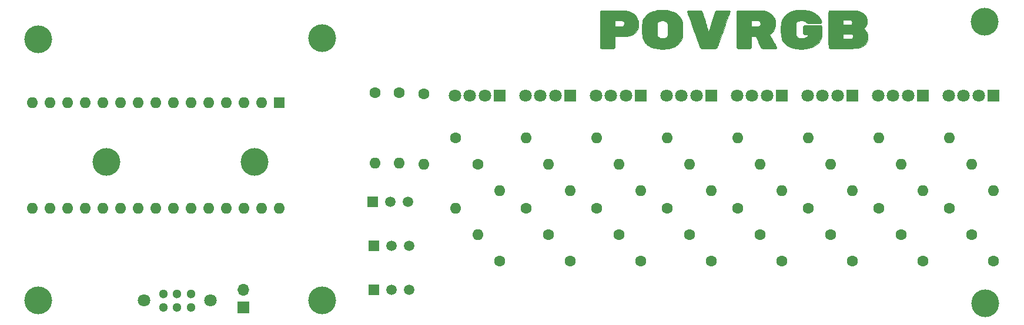
<source format=gbr>
%TF.GenerationSoftware,KiCad,Pcbnew,(6.0.1)*%
%TF.CreationDate,2022-03-22T00:20:04-03:00*%
%TF.ProjectId,POV_fna,504f565f-666e-4612-9e6b-696361645f70,rev?*%
%TF.SameCoordinates,Original*%
%TF.FileFunction,Soldermask,Top*%
%TF.FilePolarity,Negative*%
%FSLAX46Y46*%
G04 Gerber Fmt 4.6, Leading zero omitted, Abs format (unit mm)*
G04 Created by KiCad (PCBNEW (6.0.1)) date 2022-03-22 00:20:04*
%MOMM*%
%LPD*%
G01*
G04 APERTURE LIST*
%ADD10C,0.010000*%
%ADD11C,1.600000*%
%ADD12O,1.600000X1.600000*%
%ADD13C,4.000000*%
%ADD14R,1.800000X1.800000*%
%ADD15C,1.800000*%
%ADD16R,1.500000X1.500000*%
%ADD17C,1.500000*%
%ADD18C,1.300000*%
%ADD19R,1.600000X1.600000*%
%ADD20R,1.700000X1.700000*%
%ADD21O,1.700000X1.700000*%
G04 APERTURE END LIST*
D10*
%TO.C,G\u002A\u002A\u002A*%
X201944823Y-72027868D02*
X202172541Y-72027939D01*
X202172541Y-72027939D02*
X202441216Y-72028253D01*
X202441216Y-72028253D02*
X202702879Y-72029070D01*
X202702879Y-72029070D02*
X202953659Y-72030345D01*
X202953659Y-72030345D02*
X203189681Y-72032038D01*
X203189681Y-72032038D02*
X203407074Y-72034105D01*
X203407074Y-72034105D02*
X203601965Y-72036503D01*
X203601965Y-72036503D02*
X203770481Y-72039191D01*
X203770481Y-72039191D02*
X203908749Y-72042124D01*
X203908749Y-72042124D02*
X204012897Y-72045262D01*
X204012897Y-72045262D02*
X204079053Y-72048561D01*
X204079053Y-72048561D02*
X204084285Y-72048968D01*
X204084285Y-72048968D02*
X204414810Y-72089551D01*
X204414810Y-72089551D02*
X204710391Y-72153797D01*
X204710391Y-72153797D02*
X204971369Y-72241979D01*
X204971369Y-72241979D02*
X205198086Y-72354369D01*
X205198086Y-72354369D02*
X205390881Y-72491242D01*
X205390881Y-72491242D02*
X205550097Y-72652869D01*
X205550097Y-72652869D02*
X205676074Y-72839524D01*
X205676074Y-72839524D02*
X205769153Y-73051480D01*
X205769153Y-73051480D02*
X205829676Y-73289009D01*
X205829676Y-73289009D02*
X205852319Y-73464213D01*
X205852319Y-73464213D02*
X205860440Y-73700563D01*
X205860440Y-73700563D02*
X205841121Y-73908046D01*
X205841121Y-73908046D02*
X205792844Y-74091261D01*
X205792844Y-74091261D02*
X205714094Y-74254810D01*
X205714094Y-74254810D02*
X205603351Y-74403292D01*
X205603351Y-74403292D02*
X205512392Y-74494912D01*
X205512392Y-74494912D02*
X205445069Y-74552670D01*
X205445069Y-74552670D02*
X205380215Y-74602134D01*
X205380215Y-74602134D02*
X205331566Y-74632849D01*
X205331566Y-74632849D02*
X205330519Y-74633363D01*
X205330519Y-74633363D02*
X205266114Y-74664555D01*
X205266114Y-74664555D02*
X205365036Y-74710656D01*
X205365036Y-74710656D02*
X205495274Y-74790731D01*
X205495274Y-74790731D02*
X205621973Y-74904316D01*
X205621973Y-74904316D02*
X205738095Y-75042733D01*
X205738095Y-75042733D02*
X205836597Y-75197303D01*
X205836597Y-75197303D02*
X205910441Y-75359348D01*
X205910441Y-75359348D02*
X205924203Y-75399942D01*
X205924203Y-75399942D02*
X205950908Y-75519715D01*
X205950908Y-75519715D02*
X205967324Y-75668174D01*
X205967324Y-75668174D02*
X205973459Y-75832945D01*
X205973459Y-75832945D02*
X205969319Y-76001653D01*
X205969319Y-76001653D02*
X205954911Y-76161923D01*
X205954911Y-76161923D02*
X205930244Y-76301378D01*
X205930244Y-76301378D02*
X205923649Y-76327275D01*
X205923649Y-76327275D02*
X205839092Y-76566893D01*
X205839092Y-76566893D02*
X205723094Y-76778824D01*
X205723094Y-76778824D02*
X205575155Y-76963560D01*
X205575155Y-76963560D02*
X205394773Y-77121592D01*
X205394773Y-77121592D02*
X205181448Y-77253410D01*
X205181448Y-77253410D02*
X204934680Y-77359507D01*
X204934680Y-77359507D02*
X204839370Y-77390945D01*
X204839370Y-77390945D02*
X204771497Y-77411745D01*
X204771497Y-77411745D02*
X204709891Y-77430110D01*
X204709891Y-77430110D02*
X204651580Y-77446200D01*
X204651580Y-77446200D02*
X204593588Y-77460177D01*
X204593588Y-77460177D02*
X204532943Y-77472200D01*
X204532943Y-77472200D02*
X204466672Y-77482431D01*
X204466672Y-77482431D02*
X204391800Y-77491029D01*
X204391800Y-77491029D02*
X204305354Y-77498156D01*
X204305354Y-77498156D02*
X204204361Y-77503973D01*
X204204361Y-77503973D02*
X204085847Y-77508639D01*
X204085847Y-77508639D02*
X203946838Y-77512316D01*
X203946838Y-77512316D02*
X203784362Y-77515164D01*
X203784362Y-77515164D02*
X203595443Y-77517344D01*
X203595443Y-77517344D02*
X203377110Y-77519016D01*
X203377110Y-77519016D02*
X203126389Y-77520341D01*
X203126389Y-77520341D02*
X202840305Y-77521479D01*
X202840305Y-77521479D02*
X202515885Y-77522592D01*
X202515885Y-77522592D02*
X202394791Y-77522998D01*
X202394791Y-77522998D02*
X202086096Y-77523824D01*
X202086096Y-77523824D02*
X201796308Y-77524175D01*
X201796308Y-77524175D02*
X201527884Y-77524066D01*
X201527884Y-77524066D02*
X201283280Y-77523514D01*
X201283280Y-77523514D02*
X201064955Y-77522534D01*
X201064955Y-77522534D02*
X200875365Y-77521145D01*
X200875365Y-77521145D02*
X200716967Y-77519360D01*
X200716967Y-77519360D02*
X200592218Y-77517197D01*
X200592218Y-77517197D02*
X200503576Y-77514672D01*
X200503576Y-77514672D02*
X200453496Y-77511801D01*
X200453496Y-77511801D02*
X200443399Y-77510132D01*
X200443399Y-77510132D02*
X200398720Y-77478736D01*
X200398720Y-77478736D02*
X200358733Y-77432438D01*
X200358733Y-77432438D02*
X200352993Y-77422101D01*
X200352993Y-77422101D02*
X200347846Y-77408035D01*
X200347846Y-77408035D02*
X200343252Y-77387972D01*
X200343252Y-77387972D02*
X200339173Y-77359641D01*
X200339173Y-77359641D02*
X200335572Y-77320773D01*
X200335572Y-77320773D02*
X200332410Y-77269098D01*
X200332410Y-77269098D02*
X200329649Y-77202348D01*
X200329649Y-77202348D02*
X200327251Y-77118251D01*
X200327251Y-77118251D02*
X200325178Y-77014540D01*
X200325178Y-77014540D02*
X200323391Y-76888944D01*
X200323391Y-76888944D02*
X200321853Y-76739194D01*
X200321853Y-76739194D02*
X200320526Y-76563021D01*
X200320526Y-76563021D02*
X200319370Y-76358154D01*
X200319370Y-76358154D02*
X200318349Y-76122325D01*
X200318349Y-76122325D02*
X200317424Y-75853263D01*
X200317424Y-75853263D02*
X200316557Y-75548700D01*
X200316557Y-75548700D02*
X200316224Y-75414238D01*
X200316224Y-75414238D02*
X202384207Y-75414238D01*
X202384207Y-75414238D02*
X202384207Y-76155071D01*
X202384207Y-76155071D02*
X203000066Y-76155071D01*
X203000066Y-76155071D02*
X203181183Y-76154820D01*
X203181183Y-76154820D02*
X203324873Y-76153896D01*
X203324873Y-76153896D02*
X203436041Y-76152041D01*
X203436041Y-76152041D02*
X203519589Y-76148996D01*
X203519589Y-76148996D02*
X203580424Y-76144505D01*
X203580424Y-76144505D02*
X203623448Y-76138309D01*
X203623448Y-76138309D02*
X203653566Y-76130150D01*
X203653566Y-76130150D02*
X203675683Y-76119771D01*
X203675683Y-76119771D02*
X203676102Y-76119523D01*
X203676102Y-76119523D02*
X203721482Y-76079928D01*
X203721482Y-76079928D02*
X203769257Y-76019178D01*
X203769257Y-76019178D02*
X203790493Y-75984367D01*
X203790493Y-75984367D02*
X203835370Y-75865005D01*
X203835370Y-75865005D02*
X203843608Y-75746386D01*
X203843608Y-75746386D02*
X203817117Y-75635868D01*
X203817117Y-75635868D02*
X203757807Y-75540810D01*
X203757807Y-75540810D02*
X203667586Y-75468571D01*
X203667586Y-75468571D02*
X203654927Y-75461863D01*
X203654927Y-75461863D02*
X203625536Y-75447819D01*
X203625536Y-75447819D02*
X203595981Y-75436845D01*
X203595981Y-75436845D02*
X203560846Y-75428563D01*
X203560846Y-75428563D02*
X203514712Y-75422596D01*
X203514712Y-75422596D02*
X203452161Y-75418565D01*
X203452161Y-75418565D02*
X203367776Y-75416091D01*
X203367776Y-75416091D02*
X203256139Y-75414798D01*
X203256139Y-75414798D02*
X203111833Y-75414307D01*
X203111833Y-75414307D02*
X202972389Y-75414238D01*
X202972389Y-75414238D02*
X202384207Y-75414238D01*
X202384207Y-75414238D02*
X200316224Y-75414238D01*
X200316224Y-75414238D02*
X200315709Y-75206366D01*
X200315709Y-75206366D02*
X200314843Y-74823991D01*
X200314843Y-74823991D02*
X200314834Y-74819896D01*
X200314834Y-74819896D02*
X200314040Y-74420317D01*
X200314040Y-74420317D02*
X200313520Y-74061118D01*
X200313520Y-74061118D02*
X200313290Y-73740348D01*
X200313290Y-73740348D02*
X200313366Y-73456055D01*
X200313366Y-73456055D02*
X200313449Y-73403404D01*
X200313449Y-73403404D02*
X202384207Y-73403404D01*
X202384207Y-73403404D02*
X202384207Y-74105021D01*
X202384207Y-74105021D02*
X202943619Y-74098171D01*
X202943619Y-74098171D02*
X203112848Y-74095927D01*
X203112848Y-74095927D02*
X203245017Y-74093551D01*
X203245017Y-74093551D02*
X203345397Y-74090611D01*
X203345397Y-74090611D02*
X203419259Y-74086676D01*
X203419259Y-74086676D02*
X203471876Y-74081316D01*
X203471876Y-74081316D02*
X203508520Y-74074099D01*
X203508520Y-74074099D02*
X203534461Y-74064596D01*
X203534461Y-74064596D02*
X203554972Y-74052374D01*
X203554972Y-74052374D02*
X203561436Y-74047680D01*
X203561436Y-74047680D02*
X203645172Y-73968654D01*
X203645172Y-73968654D02*
X203693688Y-73878059D01*
X203693688Y-73878059D02*
X203713213Y-73774805D01*
X203713213Y-73774805D02*
X203711444Y-73659024D01*
X203711444Y-73659024D02*
X203681481Y-73566684D01*
X203681481Y-73566684D02*
X203619017Y-73486280D01*
X203619017Y-73486280D02*
X203597946Y-73466807D01*
X203597946Y-73466807D02*
X203525734Y-73403404D01*
X203525734Y-73403404D02*
X202384207Y-73403404D01*
X202384207Y-73403404D02*
X200313449Y-73403404D01*
X200313449Y-73403404D02*
X200313762Y-73206286D01*
X200313762Y-73206286D02*
X200314495Y-72989090D01*
X200314495Y-72989090D02*
X200315580Y-72802514D01*
X200315580Y-72802514D02*
X200317034Y-72644606D01*
X200317034Y-72644606D02*
X200318871Y-72513414D01*
X200318871Y-72513414D02*
X200321107Y-72406987D01*
X200321107Y-72406987D02*
X200323759Y-72323373D01*
X200323759Y-72323373D02*
X200326841Y-72260618D01*
X200326841Y-72260618D02*
X200330370Y-72216772D01*
X200330370Y-72216772D02*
X200334361Y-72189882D01*
X200334361Y-72189882D02*
X200336001Y-72183709D01*
X200336001Y-72183709D02*
X200344493Y-72156067D01*
X200344493Y-72156067D02*
X200352554Y-72131889D01*
X200352554Y-72131889D02*
X200362907Y-72110945D01*
X200362907Y-72110945D02*
X200378274Y-72093004D01*
X200378274Y-72093004D02*
X200401378Y-72077835D01*
X200401378Y-72077835D02*
X200434941Y-72065207D01*
X200434941Y-72065207D02*
X200481686Y-72054888D01*
X200481686Y-72054888D02*
X200544336Y-72046649D01*
X200544336Y-72046649D02*
X200625613Y-72040258D01*
X200625613Y-72040258D02*
X200728241Y-72035484D01*
X200728241Y-72035484D02*
X200854941Y-72032096D01*
X200854941Y-72032096D02*
X201008436Y-72029863D01*
X201008436Y-72029863D02*
X201191449Y-72028555D01*
X201191449Y-72028555D02*
X201406703Y-72027941D01*
X201406703Y-72027941D02*
X201656920Y-72027789D01*
X201656920Y-72027789D02*
X201944823Y-72027868D01*
X201944823Y-72027868D02*
X201944823Y-72027868D01*
G36*
X201944823Y-72027868D02*
G01*
X202172541Y-72027939D01*
X202441216Y-72028253D01*
X202702879Y-72029070D01*
X202953659Y-72030345D01*
X203189681Y-72032038D01*
X203407074Y-72034105D01*
X203601965Y-72036503D01*
X203770481Y-72039191D01*
X203908749Y-72042124D01*
X204012897Y-72045262D01*
X204079053Y-72048561D01*
X204084285Y-72048968D01*
X204414810Y-72089551D01*
X204710391Y-72153797D01*
X204971369Y-72241979D01*
X205198086Y-72354369D01*
X205390881Y-72491242D01*
X205550097Y-72652869D01*
X205676074Y-72839524D01*
X205769153Y-73051480D01*
X205829676Y-73289009D01*
X205852319Y-73464213D01*
X205860440Y-73700563D01*
X205841121Y-73908046D01*
X205792844Y-74091261D01*
X205714094Y-74254810D01*
X205603351Y-74403292D01*
X205512392Y-74494912D01*
X205445069Y-74552670D01*
X205380215Y-74602134D01*
X205331566Y-74632849D01*
X205330519Y-74633363D01*
X205266114Y-74664555D01*
X205365036Y-74710656D01*
X205495274Y-74790731D01*
X205621973Y-74904316D01*
X205738095Y-75042733D01*
X205836597Y-75197303D01*
X205910441Y-75359348D01*
X205924203Y-75399942D01*
X205950908Y-75519715D01*
X205967324Y-75668174D01*
X205973459Y-75832945D01*
X205969319Y-76001653D01*
X205954911Y-76161923D01*
X205930244Y-76301378D01*
X205923649Y-76327275D01*
X205839092Y-76566893D01*
X205723094Y-76778824D01*
X205575155Y-76963560D01*
X205394773Y-77121592D01*
X205181448Y-77253410D01*
X204934680Y-77359507D01*
X204839370Y-77390945D01*
X204771497Y-77411745D01*
X204709891Y-77430110D01*
X204651580Y-77446200D01*
X204593588Y-77460177D01*
X204532943Y-77472200D01*
X204466672Y-77482431D01*
X204391800Y-77491029D01*
X204305354Y-77498156D01*
X204204361Y-77503973D01*
X204085847Y-77508639D01*
X203946838Y-77512316D01*
X203784362Y-77515164D01*
X203595443Y-77517344D01*
X203377110Y-77519016D01*
X203126389Y-77520341D01*
X202840305Y-77521479D01*
X202515885Y-77522592D01*
X202394791Y-77522998D01*
X202086096Y-77523824D01*
X201796308Y-77524175D01*
X201527884Y-77524066D01*
X201283280Y-77523514D01*
X201064955Y-77522534D01*
X200875365Y-77521145D01*
X200716967Y-77519360D01*
X200592218Y-77517197D01*
X200503576Y-77514672D01*
X200453496Y-77511801D01*
X200443399Y-77510132D01*
X200398720Y-77478736D01*
X200358733Y-77432438D01*
X200352993Y-77422101D01*
X200347846Y-77408035D01*
X200343252Y-77387972D01*
X200339173Y-77359641D01*
X200335572Y-77320773D01*
X200332410Y-77269098D01*
X200329649Y-77202348D01*
X200327251Y-77118251D01*
X200325178Y-77014540D01*
X200323391Y-76888944D01*
X200321853Y-76739194D01*
X200320526Y-76563021D01*
X200319370Y-76358154D01*
X200318491Y-76155071D01*
X202384207Y-76155071D01*
X203000066Y-76155071D01*
X203181183Y-76154820D01*
X203324873Y-76153896D01*
X203436041Y-76152041D01*
X203519589Y-76148996D01*
X203580424Y-76144505D01*
X203623448Y-76138309D01*
X203653566Y-76130150D01*
X203675683Y-76119771D01*
X203676102Y-76119523D01*
X203721482Y-76079928D01*
X203769257Y-76019178D01*
X203790493Y-75984367D01*
X203835370Y-75865005D01*
X203843608Y-75746386D01*
X203817117Y-75635868D01*
X203757807Y-75540810D01*
X203667586Y-75468571D01*
X203654927Y-75461863D01*
X203625536Y-75447819D01*
X203595981Y-75436845D01*
X203560846Y-75428563D01*
X203514712Y-75422596D01*
X203452161Y-75418565D01*
X203367776Y-75416091D01*
X203256139Y-75414798D01*
X203111833Y-75414307D01*
X202972389Y-75414238D01*
X202384207Y-75414238D01*
X202384207Y-76155071D01*
X200318491Y-76155071D01*
X200318349Y-76122325D01*
X200317424Y-75853263D01*
X200316557Y-75548700D01*
X200316224Y-75414238D01*
X200315709Y-75206366D01*
X200314843Y-74823991D01*
X200314834Y-74819896D01*
X200314040Y-74420317D01*
X200313584Y-74105021D01*
X202384207Y-74105021D01*
X202943619Y-74098171D01*
X203112848Y-74095927D01*
X203245017Y-74093551D01*
X203345397Y-74090611D01*
X203419259Y-74086676D01*
X203471876Y-74081316D01*
X203508520Y-74074099D01*
X203534461Y-74064596D01*
X203554972Y-74052374D01*
X203561436Y-74047680D01*
X203645172Y-73968654D01*
X203693688Y-73878059D01*
X203713213Y-73774805D01*
X203711444Y-73659024D01*
X203681481Y-73566684D01*
X203619017Y-73486280D01*
X203597946Y-73466807D01*
X203525734Y-73403404D01*
X202384207Y-73403404D01*
X202384207Y-74105021D01*
X200313584Y-74105021D01*
X200313520Y-74061118D01*
X200313290Y-73740348D01*
X200313366Y-73456055D01*
X200313449Y-73403404D01*
X200313762Y-73206286D01*
X200314495Y-72989090D01*
X200315580Y-72802514D01*
X200317034Y-72644606D01*
X200318871Y-72513414D01*
X200321107Y-72406987D01*
X200323759Y-72323373D01*
X200326841Y-72260618D01*
X200330370Y-72216772D01*
X200334361Y-72189882D01*
X200336001Y-72183709D01*
X200344493Y-72156067D01*
X200352554Y-72131889D01*
X200362907Y-72110945D01*
X200378274Y-72093004D01*
X200401378Y-72077835D01*
X200434941Y-72065207D01*
X200481686Y-72054888D01*
X200544336Y-72046649D01*
X200625613Y-72040258D01*
X200728241Y-72035484D01*
X200854941Y-72032096D01*
X201008436Y-72029863D01*
X201191449Y-72028555D01*
X201406703Y-72027941D01*
X201656920Y-72027789D01*
X201944823Y-72027868D01*
G37*
X201944823Y-72027868D02*
X202172541Y-72027939D01*
X202441216Y-72028253D01*
X202702879Y-72029070D01*
X202953659Y-72030345D01*
X203189681Y-72032038D01*
X203407074Y-72034105D01*
X203601965Y-72036503D01*
X203770481Y-72039191D01*
X203908749Y-72042124D01*
X204012897Y-72045262D01*
X204079053Y-72048561D01*
X204084285Y-72048968D01*
X204414810Y-72089551D01*
X204710391Y-72153797D01*
X204971369Y-72241979D01*
X205198086Y-72354369D01*
X205390881Y-72491242D01*
X205550097Y-72652869D01*
X205676074Y-72839524D01*
X205769153Y-73051480D01*
X205829676Y-73289009D01*
X205852319Y-73464213D01*
X205860440Y-73700563D01*
X205841121Y-73908046D01*
X205792844Y-74091261D01*
X205714094Y-74254810D01*
X205603351Y-74403292D01*
X205512392Y-74494912D01*
X205445069Y-74552670D01*
X205380215Y-74602134D01*
X205331566Y-74632849D01*
X205330519Y-74633363D01*
X205266114Y-74664555D01*
X205365036Y-74710656D01*
X205495274Y-74790731D01*
X205621973Y-74904316D01*
X205738095Y-75042733D01*
X205836597Y-75197303D01*
X205910441Y-75359348D01*
X205924203Y-75399942D01*
X205950908Y-75519715D01*
X205967324Y-75668174D01*
X205973459Y-75832945D01*
X205969319Y-76001653D01*
X205954911Y-76161923D01*
X205930244Y-76301378D01*
X205923649Y-76327275D01*
X205839092Y-76566893D01*
X205723094Y-76778824D01*
X205575155Y-76963560D01*
X205394773Y-77121592D01*
X205181448Y-77253410D01*
X204934680Y-77359507D01*
X204839370Y-77390945D01*
X204771497Y-77411745D01*
X204709891Y-77430110D01*
X204651580Y-77446200D01*
X204593588Y-77460177D01*
X204532943Y-77472200D01*
X204466672Y-77482431D01*
X204391800Y-77491029D01*
X204305354Y-77498156D01*
X204204361Y-77503973D01*
X204085847Y-77508639D01*
X203946838Y-77512316D01*
X203784362Y-77515164D01*
X203595443Y-77517344D01*
X203377110Y-77519016D01*
X203126389Y-77520341D01*
X202840305Y-77521479D01*
X202515885Y-77522592D01*
X202394791Y-77522998D01*
X202086096Y-77523824D01*
X201796308Y-77524175D01*
X201527884Y-77524066D01*
X201283280Y-77523514D01*
X201064955Y-77522534D01*
X200875365Y-77521145D01*
X200716967Y-77519360D01*
X200592218Y-77517197D01*
X200503576Y-77514672D01*
X200453496Y-77511801D01*
X200443399Y-77510132D01*
X200398720Y-77478736D01*
X200358733Y-77432438D01*
X200352993Y-77422101D01*
X200347846Y-77408035D01*
X200343252Y-77387972D01*
X200339173Y-77359641D01*
X200335572Y-77320773D01*
X200332410Y-77269098D01*
X200329649Y-77202348D01*
X200327251Y-77118251D01*
X200325178Y-77014540D01*
X200323391Y-76888944D01*
X200321853Y-76739194D01*
X200320526Y-76563021D01*
X200319370Y-76358154D01*
X200318491Y-76155071D01*
X202384207Y-76155071D01*
X203000066Y-76155071D01*
X203181183Y-76154820D01*
X203324873Y-76153896D01*
X203436041Y-76152041D01*
X203519589Y-76148996D01*
X203580424Y-76144505D01*
X203623448Y-76138309D01*
X203653566Y-76130150D01*
X203675683Y-76119771D01*
X203676102Y-76119523D01*
X203721482Y-76079928D01*
X203769257Y-76019178D01*
X203790493Y-75984367D01*
X203835370Y-75865005D01*
X203843608Y-75746386D01*
X203817117Y-75635868D01*
X203757807Y-75540810D01*
X203667586Y-75468571D01*
X203654927Y-75461863D01*
X203625536Y-75447819D01*
X203595981Y-75436845D01*
X203560846Y-75428563D01*
X203514712Y-75422596D01*
X203452161Y-75418565D01*
X203367776Y-75416091D01*
X203256139Y-75414798D01*
X203111833Y-75414307D01*
X202972389Y-75414238D01*
X202384207Y-75414238D01*
X202384207Y-76155071D01*
X200318491Y-76155071D01*
X200318349Y-76122325D01*
X200317424Y-75853263D01*
X200316557Y-75548700D01*
X200316224Y-75414238D01*
X200315709Y-75206366D01*
X200314843Y-74823991D01*
X200314834Y-74819896D01*
X200314040Y-74420317D01*
X200313584Y-74105021D01*
X202384207Y-74105021D01*
X202943619Y-74098171D01*
X203112848Y-74095927D01*
X203245017Y-74093551D01*
X203345397Y-74090611D01*
X203419259Y-74086676D01*
X203471876Y-74081316D01*
X203508520Y-74074099D01*
X203534461Y-74064596D01*
X203554972Y-74052374D01*
X203561436Y-74047680D01*
X203645172Y-73968654D01*
X203693688Y-73878059D01*
X203713213Y-73774805D01*
X203711444Y-73659024D01*
X203681481Y-73566684D01*
X203619017Y-73486280D01*
X203597946Y-73466807D01*
X203525734Y-73403404D01*
X202384207Y-73403404D01*
X202384207Y-74105021D01*
X200313584Y-74105021D01*
X200313520Y-74061118D01*
X200313290Y-73740348D01*
X200313366Y-73456055D01*
X200313449Y-73403404D01*
X200313762Y-73206286D01*
X200314495Y-72989090D01*
X200315580Y-72802514D01*
X200317034Y-72644606D01*
X200318871Y-72513414D01*
X200321107Y-72406987D01*
X200323759Y-72323373D01*
X200326841Y-72260618D01*
X200330370Y-72216772D01*
X200334361Y-72189882D01*
X200336001Y-72183709D01*
X200344493Y-72156067D01*
X200352554Y-72131889D01*
X200362907Y-72110945D01*
X200378274Y-72093004D01*
X200401378Y-72077835D01*
X200434941Y-72065207D01*
X200481686Y-72054888D01*
X200544336Y-72046649D01*
X200625613Y-72040258D01*
X200728241Y-72035484D01*
X200854941Y-72032096D01*
X201008436Y-72029863D01*
X201191449Y-72028555D01*
X201406703Y-72027941D01*
X201656920Y-72027789D01*
X201944823Y-72027868D01*
X168493733Y-72030842D02*
X168727308Y-72031284D01*
X168727308Y-72031284D02*
X168976321Y-72032084D01*
X168976321Y-72032084D02*
X169237411Y-72033248D01*
X169237411Y-72033248D02*
X169311965Y-72033638D01*
X169311965Y-72033638D02*
X169629719Y-72035381D01*
X169629719Y-72035381D02*
X169908377Y-72037076D01*
X169908377Y-72037076D02*
X170151175Y-72038919D01*
X170151175Y-72038919D02*
X170361349Y-72041106D01*
X170361349Y-72041106D02*
X170542137Y-72043833D01*
X170542137Y-72043833D02*
X170696775Y-72047295D01*
X170696775Y-72047295D02*
X170828498Y-72051688D01*
X170828498Y-72051688D02*
X170940545Y-72057208D01*
X170940545Y-72057208D02*
X171036150Y-72064050D01*
X171036150Y-72064050D02*
X171118550Y-72072410D01*
X171118550Y-72072410D02*
X171190983Y-72082484D01*
X171190983Y-72082484D02*
X171256684Y-72094467D01*
X171256684Y-72094467D02*
X171318890Y-72108556D01*
X171318890Y-72108556D02*
X171380837Y-72124945D01*
X171380837Y-72124945D02*
X171445762Y-72143830D01*
X171445762Y-72143830D02*
X171516902Y-72165407D01*
X171516902Y-72165407D02*
X171523207Y-72167332D01*
X171523207Y-72167332D02*
X171811196Y-72274179D01*
X171811196Y-72274179D02*
X172070862Y-72409661D01*
X172070862Y-72409661D02*
X172300726Y-72572352D01*
X172300726Y-72572352D02*
X172499313Y-72760825D01*
X172499313Y-72760825D02*
X172665145Y-72973654D01*
X172665145Y-72973654D02*
X172796746Y-73209411D01*
X172796746Y-73209411D02*
X172892639Y-73466672D01*
X172892639Y-73466672D02*
X172901604Y-73498654D01*
X172901604Y-73498654D02*
X172930097Y-73643860D01*
X172930097Y-73643860D02*
X172946673Y-73816107D01*
X172946673Y-73816107D02*
X172951306Y-74001805D01*
X172951306Y-74001805D02*
X172943972Y-74187365D01*
X172943972Y-74187365D02*
X172924643Y-74359200D01*
X172924643Y-74359200D02*
X172903440Y-74466167D01*
X172903440Y-74466167D02*
X172819407Y-74726823D01*
X172819407Y-74726823D02*
X172703120Y-74960280D01*
X172703120Y-74960280D02*
X172555274Y-75165778D01*
X172555274Y-75165778D02*
X172376570Y-75342553D01*
X172376570Y-75342553D02*
X172167704Y-75489843D01*
X172167704Y-75489843D02*
X171929374Y-75606887D01*
X171929374Y-75606887D02*
X171822891Y-75646094D01*
X171822891Y-75646094D02*
X171680265Y-75689548D01*
X171680265Y-75689548D02*
X171530844Y-75725651D01*
X171530844Y-75725651D02*
X171369690Y-75754910D01*
X171369690Y-75754910D02*
X171191865Y-75777832D01*
X171191865Y-75777832D02*
X170992431Y-75794923D01*
X170992431Y-75794923D02*
X170766450Y-75806690D01*
X170766450Y-75806690D02*
X170508982Y-75813638D01*
X170508982Y-75813638D02*
X170215091Y-75816276D01*
X170215091Y-75816276D02*
X170163249Y-75816332D01*
X170163249Y-75816332D02*
X169512374Y-75816404D01*
X169512374Y-75816404D02*
X169512374Y-77386971D01*
X169512374Y-77386971D02*
X169368441Y-77530904D01*
X169368441Y-77530904D02*
X168461449Y-77530057D01*
X168461449Y-77530057D02*
X168235417Y-77529646D01*
X168235417Y-77529646D02*
X168047964Y-77528792D01*
X168047964Y-77528792D02*
X167895336Y-77527369D01*
X167895336Y-77527369D02*
X167773780Y-77525252D01*
X167773780Y-77525252D02*
X167679542Y-77522316D01*
X167679542Y-77522316D02*
X167608870Y-77518435D01*
X167608870Y-77518435D02*
X167558009Y-77513486D01*
X167558009Y-77513486D02*
X167523207Y-77507343D01*
X167523207Y-77507343D02*
X167500710Y-77499880D01*
X167500710Y-77499880D02*
X167496781Y-77497910D01*
X167496781Y-77497910D02*
X167447720Y-77462108D01*
X167447720Y-77462108D02*
X167417406Y-77426065D01*
X167417406Y-77426065D02*
X167413653Y-77397715D01*
X167413653Y-77397715D02*
X167410257Y-77327338D01*
X167410257Y-77327338D02*
X167407217Y-77214904D01*
X167407217Y-77214904D02*
X167404534Y-77060381D01*
X167404534Y-77060381D02*
X167402207Y-76863740D01*
X167402207Y-76863740D02*
X167400235Y-76624951D01*
X167400235Y-76624951D02*
X167398620Y-76343983D01*
X167398620Y-76343983D02*
X167397359Y-76020806D01*
X167397359Y-76020806D02*
X167396454Y-75655389D01*
X167396454Y-75655389D02*
X167395903Y-75247703D01*
X167395903Y-75247703D02*
X167395708Y-74797717D01*
X167395708Y-74797717D02*
X167395707Y-74772932D01*
X167395707Y-74772932D02*
X167395707Y-73509238D01*
X167395707Y-73509238D02*
X169512374Y-73509238D01*
X169512374Y-73509238D02*
X169512374Y-74355904D01*
X169512374Y-74355904D02*
X170025666Y-74355786D01*
X170025666Y-74355786D02*
X170177862Y-74354852D01*
X170177862Y-74354852D02*
X170317973Y-74352285D01*
X170317973Y-74352285D02*
X170439326Y-74348334D01*
X170439326Y-74348334D02*
X170535249Y-74343247D01*
X170535249Y-74343247D02*
X170599070Y-74337270D01*
X170599070Y-74337270D02*
X170617675Y-74333806D01*
X170617675Y-74333806D02*
X170710249Y-74292073D01*
X170710249Y-74292073D02*
X170794221Y-74226326D01*
X170794221Y-74226326D02*
X170853042Y-74149624D01*
X170853042Y-74149624D02*
X170854389Y-74147008D01*
X170854389Y-74147008D02*
X170892701Y-74030806D01*
X170892701Y-74030806D02*
X170898368Y-73908116D01*
X170898368Y-73908116D02*
X170874259Y-73788014D01*
X170874259Y-73788014D02*
X170823245Y-73679575D01*
X170823245Y-73679575D02*
X170748196Y-73591872D01*
X170748196Y-73591872D02*
X170661676Y-73537835D01*
X170661676Y-73537835D02*
X170626975Y-73528268D01*
X170626975Y-73528268D02*
X170571374Y-73520889D01*
X170571374Y-73520889D02*
X170490595Y-73515497D01*
X170490595Y-73515497D02*
X170380362Y-73511892D01*
X170380362Y-73511892D02*
X170236399Y-73509872D01*
X170236399Y-73509872D02*
X170054430Y-73509238D01*
X170054430Y-73509238D02*
X169512374Y-73509238D01*
X169512374Y-73509238D02*
X167395707Y-73509238D01*
X167395707Y-73509238D02*
X167395707Y-72160344D01*
X167395707Y-72160344D02*
X167450996Y-72105055D01*
X167450996Y-72105055D02*
X167507967Y-72063307D01*
X167507967Y-72063307D02*
X167570367Y-72037787D01*
X167570367Y-72037787D02*
X167573379Y-72037179D01*
X167573379Y-72037179D02*
X167604755Y-72035311D01*
X167604755Y-72035311D02*
X167675102Y-72033752D01*
X167675102Y-72033752D02*
X167781057Y-72032510D01*
X167781057Y-72032510D02*
X167919259Y-72031591D01*
X167919259Y-72031591D02*
X168086347Y-72031002D01*
X168086347Y-72031002D02*
X168278959Y-72030750D01*
X168278959Y-72030750D02*
X168493733Y-72030842D01*
X168493733Y-72030842D02*
X168493733Y-72030842D01*
G36*
X167450996Y-72105055D02*
G01*
X167507967Y-72063307D01*
X167570367Y-72037787D01*
X167573379Y-72037179D01*
X167604755Y-72035311D01*
X167675102Y-72033752D01*
X167781057Y-72032510D01*
X167919259Y-72031591D01*
X168086347Y-72031002D01*
X168278959Y-72030750D01*
X168493733Y-72030842D01*
X168727308Y-72031284D01*
X168976321Y-72032084D01*
X169237411Y-72033248D01*
X169311965Y-72033638D01*
X169629719Y-72035381D01*
X169908377Y-72037076D01*
X170151175Y-72038919D01*
X170361349Y-72041106D01*
X170542137Y-72043833D01*
X170696775Y-72047295D01*
X170828498Y-72051688D01*
X170940545Y-72057208D01*
X171036150Y-72064050D01*
X171118550Y-72072410D01*
X171190983Y-72082484D01*
X171256684Y-72094467D01*
X171318890Y-72108556D01*
X171380837Y-72124945D01*
X171445762Y-72143830D01*
X171516902Y-72165407D01*
X171523207Y-72167332D01*
X171811196Y-72274179D01*
X172070862Y-72409661D01*
X172300726Y-72572352D01*
X172499313Y-72760825D01*
X172665145Y-72973654D01*
X172796746Y-73209411D01*
X172892639Y-73466672D01*
X172901604Y-73498654D01*
X172930097Y-73643860D01*
X172946673Y-73816107D01*
X172951306Y-74001805D01*
X172943972Y-74187365D01*
X172924643Y-74359200D01*
X172903440Y-74466167D01*
X172819407Y-74726823D01*
X172703120Y-74960280D01*
X172555274Y-75165778D01*
X172376570Y-75342553D01*
X172167704Y-75489843D01*
X171929374Y-75606887D01*
X171822891Y-75646094D01*
X171680265Y-75689548D01*
X171530844Y-75725651D01*
X171369690Y-75754910D01*
X171191865Y-75777832D01*
X170992431Y-75794923D01*
X170766450Y-75806690D01*
X170508982Y-75813638D01*
X170215091Y-75816276D01*
X170163249Y-75816332D01*
X169512374Y-75816404D01*
X169512374Y-77386971D01*
X169368441Y-77530904D01*
X168461449Y-77530057D01*
X168235417Y-77529646D01*
X168047964Y-77528792D01*
X167895336Y-77527369D01*
X167773780Y-77525252D01*
X167679542Y-77522316D01*
X167608870Y-77518435D01*
X167558009Y-77513486D01*
X167523207Y-77507343D01*
X167500710Y-77499880D01*
X167496781Y-77497910D01*
X167447720Y-77462108D01*
X167417406Y-77426065D01*
X167413653Y-77397715D01*
X167410257Y-77327338D01*
X167407217Y-77214904D01*
X167404534Y-77060381D01*
X167402207Y-76863740D01*
X167400235Y-76624951D01*
X167398620Y-76343983D01*
X167397359Y-76020806D01*
X167396454Y-75655389D01*
X167395903Y-75247703D01*
X167395708Y-74797717D01*
X167395707Y-74772932D01*
X167395707Y-74355904D01*
X169512374Y-74355904D01*
X170025666Y-74355786D01*
X170177862Y-74354852D01*
X170317973Y-74352285D01*
X170439326Y-74348334D01*
X170535249Y-74343247D01*
X170599070Y-74337270D01*
X170617675Y-74333806D01*
X170710249Y-74292073D01*
X170794221Y-74226326D01*
X170853042Y-74149624D01*
X170854389Y-74147008D01*
X170892701Y-74030806D01*
X170898368Y-73908116D01*
X170874259Y-73788014D01*
X170823245Y-73679575D01*
X170748196Y-73591872D01*
X170661676Y-73537835D01*
X170626975Y-73528268D01*
X170571374Y-73520889D01*
X170490595Y-73515497D01*
X170380362Y-73511892D01*
X170236399Y-73509872D01*
X170054430Y-73509238D01*
X169512374Y-73509238D01*
X169512374Y-74355904D01*
X167395707Y-74355904D01*
X167395707Y-72160344D01*
X167450996Y-72105055D01*
G37*
X167450996Y-72105055D02*
X167507967Y-72063307D01*
X167570367Y-72037787D01*
X167573379Y-72037179D01*
X167604755Y-72035311D01*
X167675102Y-72033752D01*
X167781057Y-72032510D01*
X167919259Y-72031591D01*
X168086347Y-72031002D01*
X168278959Y-72030750D01*
X168493733Y-72030842D01*
X168727308Y-72031284D01*
X168976321Y-72032084D01*
X169237411Y-72033248D01*
X169311965Y-72033638D01*
X169629719Y-72035381D01*
X169908377Y-72037076D01*
X170151175Y-72038919D01*
X170361349Y-72041106D01*
X170542137Y-72043833D01*
X170696775Y-72047295D01*
X170828498Y-72051688D01*
X170940545Y-72057208D01*
X171036150Y-72064050D01*
X171118550Y-72072410D01*
X171190983Y-72082484D01*
X171256684Y-72094467D01*
X171318890Y-72108556D01*
X171380837Y-72124945D01*
X171445762Y-72143830D01*
X171516902Y-72165407D01*
X171523207Y-72167332D01*
X171811196Y-72274179D01*
X172070862Y-72409661D01*
X172300726Y-72572352D01*
X172499313Y-72760825D01*
X172665145Y-72973654D01*
X172796746Y-73209411D01*
X172892639Y-73466672D01*
X172901604Y-73498654D01*
X172930097Y-73643860D01*
X172946673Y-73816107D01*
X172951306Y-74001805D01*
X172943972Y-74187365D01*
X172924643Y-74359200D01*
X172903440Y-74466167D01*
X172819407Y-74726823D01*
X172703120Y-74960280D01*
X172555274Y-75165778D01*
X172376570Y-75342553D01*
X172167704Y-75489843D01*
X171929374Y-75606887D01*
X171822891Y-75646094D01*
X171680265Y-75689548D01*
X171530844Y-75725651D01*
X171369690Y-75754910D01*
X171191865Y-75777832D01*
X170992431Y-75794923D01*
X170766450Y-75806690D01*
X170508982Y-75813638D01*
X170215091Y-75816276D01*
X170163249Y-75816332D01*
X169512374Y-75816404D01*
X169512374Y-77386971D01*
X169368441Y-77530904D01*
X168461449Y-77530057D01*
X168235417Y-77529646D01*
X168047964Y-77528792D01*
X167895336Y-77527369D01*
X167773780Y-77525252D01*
X167679542Y-77522316D01*
X167608870Y-77518435D01*
X167558009Y-77513486D01*
X167523207Y-77507343D01*
X167500710Y-77499880D01*
X167496781Y-77497910D01*
X167447720Y-77462108D01*
X167417406Y-77426065D01*
X167413653Y-77397715D01*
X167410257Y-77327338D01*
X167407217Y-77214904D01*
X167404534Y-77060381D01*
X167402207Y-76863740D01*
X167400235Y-76624951D01*
X167398620Y-76343983D01*
X167397359Y-76020806D01*
X167396454Y-75655389D01*
X167395903Y-75247703D01*
X167395708Y-74797717D01*
X167395707Y-74772932D01*
X167395707Y-74355904D01*
X169512374Y-74355904D01*
X170025666Y-74355786D01*
X170177862Y-74354852D01*
X170317973Y-74352285D01*
X170439326Y-74348334D01*
X170535249Y-74343247D01*
X170599070Y-74337270D01*
X170617675Y-74333806D01*
X170710249Y-74292073D01*
X170794221Y-74226326D01*
X170853042Y-74149624D01*
X170854389Y-74147008D01*
X170892701Y-74030806D01*
X170898368Y-73908116D01*
X170874259Y-73788014D01*
X170823245Y-73679575D01*
X170748196Y-73591872D01*
X170661676Y-73537835D01*
X170626975Y-73528268D01*
X170571374Y-73520889D01*
X170490595Y-73515497D01*
X170380362Y-73511892D01*
X170236399Y-73509872D01*
X170054430Y-73509238D01*
X169512374Y-73509238D01*
X169512374Y-74355904D01*
X167395707Y-74355904D01*
X167395707Y-72160344D01*
X167450996Y-72105055D01*
X184904572Y-72030456D02*
X185137716Y-72031838D01*
X185137716Y-72031838D02*
X185151098Y-72031933D01*
X185151098Y-72031933D02*
X186026072Y-72038154D01*
X186026072Y-72038154D02*
X186077139Y-72097543D01*
X186077139Y-72097543D02*
X186111506Y-72149441D01*
X186111506Y-72149441D02*
X186127964Y-72197751D01*
X186127964Y-72197751D02*
X186128207Y-72202481D01*
X186128207Y-72202481D02*
X186121148Y-72227738D01*
X186121148Y-72227738D02*
X186100666Y-72289886D01*
X186100666Y-72289886D02*
X186067802Y-72386029D01*
X186067802Y-72386029D02*
X186023597Y-72513273D01*
X186023597Y-72513273D02*
X185969092Y-72668724D01*
X185969092Y-72668724D02*
X185905329Y-72849485D01*
X185905329Y-72849485D02*
X185833350Y-73052663D01*
X185833350Y-73052663D02*
X185754194Y-73275362D01*
X185754194Y-73275362D02*
X185668905Y-73514688D01*
X185668905Y-73514688D02*
X185578522Y-73767745D01*
X185578522Y-73767745D02*
X185484088Y-74031639D01*
X185484088Y-74031639D02*
X185386643Y-74303475D01*
X185386643Y-74303475D02*
X185287229Y-74580359D01*
X185287229Y-74580359D02*
X185186887Y-74859394D01*
X185186887Y-74859394D02*
X185086659Y-75137687D01*
X185086659Y-75137687D02*
X184987585Y-75412343D01*
X184987585Y-75412343D02*
X184890708Y-75680466D01*
X184890708Y-75680466D02*
X184797068Y-75939162D01*
X184797068Y-75939162D02*
X184707706Y-76185536D01*
X184707706Y-76185536D02*
X184623665Y-76416693D01*
X184623665Y-76416693D02*
X184545985Y-76629738D01*
X184545985Y-76629738D02*
X184475707Y-76821777D01*
X184475707Y-76821777D02*
X184413873Y-76989914D01*
X184413873Y-76989914D02*
X184361525Y-77131254D01*
X184361525Y-77131254D02*
X184319702Y-77242904D01*
X184319702Y-77242904D02*
X184289448Y-77321967D01*
X184289448Y-77321967D02*
X184271802Y-77365549D01*
X184271802Y-77365549D02*
X184268649Y-77372154D01*
X184268649Y-77372154D02*
X184227743Y-77420301D01*
X184227743Y-77420301D02*
X184166476Y-77467480D01*
X184166476Y-77467480D02*
X184138863Y-77483279D01*
X184138863Y-77483279D02*
X184116514Y-77494270D01*
X184116514Y-77494270D02*
X184094099Y-77503420D01*
X184094099Y-77503420D02*
X184067738Y-77510891D01*
X184067738Y-77510891D02*
X184033555Y-77516847D01*
X184033555Y-77516847D02*
X183987671Y-77521451D01*
X183987671Y-77521451D02*
X183926210Y-77524867D01*
X183926210Y-77524867D02*
X183845293Y-77527256D01*
X183845293Y-77527256D02*
X183741043Y-77528783D01*
X183741043Y-77528783D02*
X183609582Y-77529611D01*
X183609582Y-77529611D02*
X183447033Y-77529902D01*
X183447033Y-77529902D02*
X183249517Y-77529820D01*
X183249517Y-77529820D02*
X183038681Y-77529562D01*
X183038681Y-77529562D02*
X182799650Y-77528798D01*
X182799650Y-77528798D02*
X182585658Y-77527212D01*
X182585658Y-77527212D02*
X182399429Y-77524862D01*
X182399429Y-77524862D02*
X182243687Y-77521805D01*
X182243687Y-77521805D02*
X182121158Y-77518099D01*
X182121158Y-77518099D02*
X182034565Y-77513802D01*
X182034565Y-77513802D02*
X181986634Y-77508971D01*
X181986634Y-77508971D02*
X181979541Y-77507182D01*
X181979541Y-77507182D02*
X181890279Y-77449935D01*
X181890279Y-77449935D02*
X181814872Y-77357387D01*
X181814872Y-77357387D02*
X181766173Y-77257128D01*
X181766173Y-77257128D02*
X181729518Y-77158529D01*
X181729518Y-77158529D02*
X181681915Y-77029191D01*
X181681915Y-77029191D02*
X181624401Y-76871997D01*
X181624401Y-76871997D02*
X181558013Y-76689832D01*
X181558013Y-76689832D02*
X181483785Y-76485578D01*
X181483785Y-76485578D02*
X181402755Y-76262119D01*
X181402755Y-76262119D02*
X181315959Y-76022338D01*
X181315959Y-76022338D02*
X181224434Y-75769120D01*
X181224434Y-75769120D02*
X181129215Y-75505349D01*
X181129215Y-75505349D02*
X181031340Y-75233906D01*
X181031340Y-75233906D02*
X180931843Y-74957677D01*
X180931843Y-74957677D02*
X180831763Y-74679544D01*
X180831763Y-74679544D02*
X180732134Y-74402392D01*
X180732134Y-74402392D02*
X180633994Y-74129104D01*
X180633994Y-74129104D02*
X180538378Y-73862564D01*
X180538378Y-73862564D02*
X180446324Y-73605655D01*
X180446324Y-73605655D02*
X180358867Y-73361260D01*
X180358867Y-73361260D02*
X180277044Y-73132264D01*
X180277044Y-73132264D02*
X180201890Y-72921550D01*
X180201890Y-72921550D02*
X180134444Y-72732002D01*
X180134444Y-72732002D02*
X180075740Y-72566502D01*
X180075740Y-72566502D02*
X180026815Y-72427936D01*
X180026815Y-72427936D02*
X179988705Y-72319186D01*
X179988705Y-72319186D02*
X179962447Y-72243137D01*
X179962447Y-72243137D02*
X179949078Y-72202670D01*
X179949078Y-72202670D02*
X179947541Y-72196783D01*
X179947541Y-72196783D02*
X179960764Y-72154718D01*
X179960764Y-72154718D02*
X179993145Y-72104124D01*
X179993145Y-72104124D02*
X179998609Y-72097543D01*
X179998609Y-72097543D02*
X180049677Y-72038154D01*
X180049677Y-72038154D02*
X180930464Y-72032187D01*
X180930464Y-72032187D02*
X181174401Y-72031109D01*
X181174401Y-72031109D02*
X181386285Y-72031367D01*
X181386285Y-72031367D02*
X181564249Y-72032931D01*
X181564249Y-72032931D02*
X181706423Y-72035769D01*
X181706423Y-72035769D02*
X181810937Y-72039850D01*
X181810937Y-72039850D02*
X181875922Y-72045144D01*
X181875922Y-72045144D02*
X181892811Y-72048182D01*
X181892811Y-72048182D02*
X181973489Y-72087364D01*
X181973489Y-72087364D02*
X182054506Y-72158007D01*
X182054506Y-72158007D02*
X182056330Y-72159996D01*
X182056330Y-72159996D02*
X182072164Y-72178082D01*
X182072164Y-72178082D02*
X182087101Y-72197867D01*
X182087101Y-72197867D02*
X182102111Y-72222256D01*
X182102111Y-72222256D02*
X182118166Y-72254156D01*
X182118166Y-72254156D02*
X182136234Y-72296471D01*
X182136234Y-72296471D02*
X182157287Y-72352109D01*
X182157287Y-72352109D02*
X182182295Y-72423974D01*
X182182295Y-72423974D02*
X182212228Y-72514973D01*
X182212228Y-72514973D02*
X182248056Y-72628010D01*
X182248056Y-72628010D02*
X182290751Y-72765993D01*
X182290751Y-72765993D02*
X182341282Y-72931825D01*
X182341282Y-72931825D02*
X182400619Y-73128414D01*
X182400619Y-73128414D02*
X182469733Y-73358664D01*
X182469733Y-73358664D02*
X182549595Y-73625482D01*
X182549595Y-73625482D02*
X182582791Y-73736492D01*
X182582791Y-73736492D02*
X182655185Y-73978099D01*
X182655185Y-73978099D02*
X182724232Y-74207521D01*
X182724232Y-74207521D02*
X182788956Y-74421585D01*
X182788956Y-74421585D02*
X182848384Y-74617118D01*
X182848384Y-74617118D02*
X182901541Y-74790943D01*
X182901541Y-74790943D02*
X182947453Y-74939888D01*
X182947453Y-74939888D02*
X182985147Y-75060779D01*
X182985147Y-75060779D02*
X183013648Y-75150440D01*
X183013648Y-75150440D02*
X183031982Y-75205698D01*
X183031982Y-75205698D02*
X183039087Y-75223436D01*
X183039087Y-75223436D02*
X183047042Y-75203768D01*
X183047042Y-75203768D02*
X183066019Y-75146920D01*
X183066019Y-75146920D02*
X183094967Y-75056289D01*
X183094967Y-75056289D02*
X183132840Y-74935272D01*
X183132840Y-74935272D02*
X183178588Y-74787265D01*
X183178588Y-74787265D02*
X183231163Y-74615667D01*
X183231163Y-74615667D02*
X183289517Y-74423873D01*
X183289517Y-74423873D02*
X183352601Y-74215280D01*
X183352601Y-74215280D02*
X183419367Y-73993285D01*
X183419367Y-73993285D02*
X183439149Y-73927279D01*
X183439149Y-73927279D02*
X183530430Y-73622496D01*
X183530430Y-73622496D02*
X183610406Y-73355637D01*
X183610406Y-73355637D02*
X183679935Y-73124079D01*
X183679935Y-73124079D02*
X183739874Y-72925197D01*
X183739874Y-72925197D02*
X183791081Y-72756368D01*
X183791081Y-72756368D02*
X183834414Y-72614967D01*
X183834414Y-72614967D02*
X183870729Y-72498370D01*
X183870729Y-72498370D02*
X183900883Y-72403953D01*
X183900883Y-72403953D02*
X183925735Y-72329092D01*
X183925735Y-72329092D02*
X183946141Y-72271164D01*
X183946141Y-72271164D02*
X183962959Y-72227542D01*
X183962959Y-72227542D02*
X183977046Y-72195605D01*
X183977046Y-72195605D02*
X183989259Y-72172727D01*
X183989259Y-72172727D02*
X184000456Y-72156284D01*
X184000456Y-72156284D02*
X184011494Y-72143653D01*
X184011494Y-72143653D02*
X184023230Y-72132209D01*
X184023230Y-72132209D02*
X184026694Y-72128922D01*
X184026694Y-72128922D02*
X184054404Y-72104811D01*
X184054404Y-72104811D02*
X184085003Y-72084773D01*
X184085003Y-72084773D02*
X184122414Y-72068469D01*
X184122414Y-72068469D02*
X184170559Y-72055560D01*
X184170559Y-72055560D02*
X184233363Y-72045707D01*
X184233363Y-72045707D02*
X184314748Y-72038574D01*
X184314748Y-72038574D02*
X184418638Y-72033820D01*
X184418638Y-72033820D02*
X184548956Y-72031108D01*
X184548956Y-72031108D02*
X184709627Y-72030100D01*
X184709627Y-72030100D02*
X184904572Y-72030456D01*
X184904572Y-72030456D02*
X184904572Y-72030456D01*
G36*
X184904572Y-72030456D02*
G01*
X185137716Y-72031838D01*
X185151098Y-72031933D01*
X186026072Y-72038154D01*
X186077139Y-72097543D01*
X186111506Y-72149441D01*
X186127964Y-72197751D01*
X186128207Y-72202481D01*
X186121148Y-72227738D01*
X186100666Y-72289886D01*
X186067802Y-72386029D01*
X186023597Y-72513273D01*
X185969092Y-72668724D01*
X185905329Y-72849485D01*
X185833350Y-73052663D01*
X185754194Y-73275362D01*
X185668905Y-73514688D01*
X185578522Y-73767745D01*
X185484088Y-74031639D01*
X185386643Y-74303475D01*
X185287229Y-74580359D01*
X185186887Y-74859394D01*
X185086659Y-75137687D01*
X184987585Y-75412343D01*
X184890708Y-75680466D01*
X184797068Y-75939162D01*
X184707706Y-76185536D01*
X184623665Y-76416693D01*
X184545985Y-76629738D01*
X184475707Y-76821777D01*
X184413873Y-76989914D01*
X184361525Y-77131254D01*
X184319702Y-77242904D01*
X184289448Y-77321967D01*
X184271802Y-77365549D01*
X184268649Y-77372154D01*
X184227743Y-77420301D01*
X184166476Y-77467480D01*
X184138863Y-77483279D01*
X184116514Y-77494270D01*
X184094099Y-77503420D01*
X184067738Y-77510891D01*
X184033555Y-77516847D01*
X183987671Y-77521451D01*
X183926210Y-77524867D01*
X183845293Y-77527256D01*
X183741043Y-77528783D01*
X183609582Y-77529611D01*
X183447033Y-77529902D01*
X183249517Y-77529820D01*
X183038681Y-77529562D01*
X182799650Y-77528798D01*
X182585658Y-77527212D01*
X182399429Y-77524862D01*
X182243687Y-77521805D01*
X182121158Y-77518099D01*
X182034565Y-77513802D01*
X181986634Y-77508971D01*
X181979541Y-77507182D01*
X181890279Y-77449935D01*
X181814872Y-77357387D01*
X181766173Y-77257128D01*
X181729518Y-77158529D01*
X181681915Y-77029191D01*
X181624401Y-76871997D01*
X181558013Y-76689832D01*
X181483785Y-76485578D01*
X181402755Y-76262119D01*
X181315959Y-76022338D01*
X181224434Y-75769120D01*
X181129215Y-75505349D01*
X181031340Y-75233906D01*
X180931843Y-74957677D01*
X180831763Y-74679544D01*
X180732134Y-74402392D01*
X180633994Y-74129104D01*
X180538378Y-73862564D01*
X180446324Y-73605655D01*
X180358867Y-73361260D01*
X180277044Y-73132264D01*
X180201890Y-72921550D01*
X180134444Y-72732002D01*
X180075740Y-72566502D01*
X180026815Y-72427936D01*
X179988705Y-72319186D01*
X179962447Y-72243137D01*
X179949078Y-72202670D01*
X179947541Y-72196783D01*
X179960764Y-72154718D01*
X179993145Y-72104124D01*
X179998609Y-72097543D01*
X180049677Y-72038154D01*
X180930464Y-72032187D01*
X181174401Y-72031109D01*
X181386285Y-72031367D01*
X181564249Y-72032931D01*
X181706423Y-72035769D01*
X181810937Y-72039850D01*
X181875922Y-72045144D01*
X181892811Y-72048182D01*
X181973489Y-72087364D01*
X182054506Y-72158007D01*
X182056330Y-72159996D01*
X182072164Y-72178082D01*
X182087101Y-72197867D01*
X182102111Y-72222256D01*
X182118166Y-72254156D01*
X182136234Y-72296471D01*
X182157287Y-72352109D01*
X182182295Y-72423974D01*
X182212228Y-72514973D01*
X182248056Y-72628010D01*
X182290751Y-72765993D01*
X182341282Y-72931825D01*
X182400619Y-73128414D01*
X182469733Y-73358664D01*
X182549595Y-73625482D01*
X182582791Y-73736492D01*
X182655185Y-73978099D01*
X182724232Y-74207521D01*
X182788956Y-74421585D01*
X182848384Y-74617118D01*
X182901541Y-74790943D01*
X182947453Y-74939888D01*
X182985147Y-75060779D01*
X183013648Y-75150440D01*
X183031982Y-75205698D01*
X183039087Y-75223436D01*
X183047042Y-75203768D01*
X183066019Y-75146920D01*
X183094967Y-75056289D01*
X183132840Y-74935272D01*
X183178588Y-74787265D01*
X183231163Y-74615667D01*
X183289517Y-74423873D01*
X183352601Y-74215280D01*
X183419367Y-73993285D01*
X183439149Y-73927279D01*
X183530430Y-73622496D01*
X183610406Y-73355637D01*
X183679935Y-73124079D01*
X183739874Y-72925197D01*
X183791081Y-72756368D01*
X183834414Y-72614967D01*
X183870729Y-72498370D01*
X183900883Y-72403953D01*
X183925735Y-72329092D01*
X183946141Y-72271164D01*
X183962959Y-72227542D01*
X183977046Y-72195605D01*
X183989259Y-72172727D01*
X184000456Y-72156284D01*
X184011494Y-72143653D01*
X184023230Y-72132209D01*
X184026694Y-72128922D01*
X184054404Y-72104811D01*
X184085003Y-72084773D01*
X184122414Y-72068469D01*
X184170559Y-72055560D01*
X184233363Y-72045707D01*
X184314748Y-72038574D01*
X184418638Y-72033820D01*
X184548956Y-72031108D01*
X184709627Y-72030100D01*
X184904572Y-72030456D01*
G37*
X184904572Y-72030456D02*
X185137716Y-72031838D01*
X185151098Y-72031933D01*
X186026072Y-72038154D01*
X186077139Y-72097543D01*
X186111506Y-72149441D01*
X186127964Y-72197751D01*
X186128207Y-72202481D01*
X186121148Y-72227738D01*
X186100666Y-72289886D01*
X186067802Y-72386029D01*
X186023597Y-72513273D01*
X185969092Y-72668724D01*
X185905329Y-72849485D01*
X185833350Y-73052663D01*
X185754194Y-73275362D01*
X185668905Y-73514688D01*
X185578522Y-73767745D01*
X185484088Y-74031639D01*
X185386643Y-74303475D01*
X185287229Y-74580359D01*
X185186887Y-74859394D01*
X185086659Y-75137687D01*
X184987585Y-75412343D01*
X184890708Y-75680466D01*
X184797068Y-75939162D01*
X184707706Y-76185536D01*
X184623665Y-76416693D01*
X184545985Y-76629738D01*
X184475707Y-76821777D01*
X184413873Y-76989914D01*
X184361525Y-77131254D01*
X184319702Y-77242904D01*
X184289448Y-77321967D01*
X184271802Y-77365549D01*
X184268649Y-77372154D01*
X184227743Y-77420301D01*
X184166476Y-77467480D01*
X184138863Y-77483279D01*
X184116514Y-77494270D01*
X184094099Y-77503420D01*
X184067738Y-77510891D01*
X184033555Y-77516847D01*
X183987671Y-77521451D01*
X183926210Y-77524867D01*
X183845293Y-77527256D01*
X183741043Y-77528783D01*
X183609582Y-77529611D01*
X183447033Y-77529902D01*
X183249517Y-77529820D01*
X183038681Y-77529562D01*
X182799650Y-77528798D01*
X182585658Y-77527212D01*
X182399429Y-77524862D01*
X182243687Y-77521805D01*
X182121158Y-77518099D01*
X182034565Y-77513802D01*
X181986634Y-77508971D01*
X181979541Y-77507182D01*
X181890279Y-77449935D01*
X181814872Y-77357387D01*
X181766173Y-77257128D01*
X181729518Y-77158529D01*
X181681915Y-77029191D01*
X181624401Y-76871997D01*
X181558013Y-76689832D01*
X181483785Y-76485578D01*
X181402755Y-76262119D01*
X181315959Y-76022338D01*
X181224434Y-75769120D01*
X181129215Y-75505349D01*
X181031340Y-75233906D01*
X180931843Y-74957677D01*
X180831763Y-74679544D01*
X180732134Y-74402392D01*
X180633994Y-74129104D01*
X180538378Y-73862564D01*
X180446324Y-73605655D01*
X180358867Y-73361260D01*
X180277044Y-73132264D01*
X180201890Y-72921550D01*
X180134444Y-72732002D01*
X180075740Y-72566502D01*
X180026815Y-72427936D01*
X179988705Y-72319186D01*
X179962447Y-72243137D01*
X179949078Y-72202670D01*
X179947541Y-72196783D01*
X179960764Y-72154718D01*
X179993145Y-72104124D01*
X179998609Y-72097543D01*
X180049677Y-72038154D01*
X180930464Y-72032187D01*
X181174401Y-72031109D01*
X181386285Y-72031367D01*
X181564249Y-72032931D01*
X181706423Y-72035769D01*
X181810937Y-72039850D01*
X181875922Y-72045144D01*
X181892811Y-72048182D01*
X181973489Y-72087364D01*
X182054506Y-72158007D01*
X182056330Y-72159996D01*
X182072164Y-72178082D01*
X182087101Y-72197867D01*
X182102111Y-72222256D01*
X182118166Y-72254156D01*
X182136234Y-72296471D01*
X182157287Y-72352109D01*
X182182295Y-72423974D01*
X182212228Y-72514973D01*
X182248056Y-72628010D01*
X182290751Y-72765993D01*
X182341282Y-72931825D01*
X182400619Y-73128414D01*
X182469733Y-73358664D01*
X182549595Y-73625482D01*
X182582791Y-73736492D01*
X182655185Y-73978099D01*
X182724232Y-74207521D01*
X182788956Y-74421585D01*
X182848384Y-74617118D01*
X182901541Y-74790943D01*
X182947453Y-74939888D01*
X182985147Y-75060779D01*
X183013648Y-75150440D01*
X183031982Y-75205698D01*
X183039087Y-75223436D01*
X183047042Y-75203768D01*
X183066019Y-75146920D01*
X183094967Y-75056289D01*
X183132840Y-74935272D01*
X183178588Y-74787265D01*
X183231163Y-74615667D01*
X183289517Y-74423873D01*
X183352601Y-74215280D01*
X183419367Y-73993285D01*
X183439149Y-73927279D01*
X183530430Y-73622496D01*
X183610406Y-73355637D01*
X183679935Y-73124079D01*
X183739874Y-72925197D01*
X183791081Y-72756368D01*
X183834414Y-72614967D01*
X183870729Y-72498370D01*
X183900883Y-72403953D01*
X183925735Y-72329092D01*
X183946141Y-72271164D01*
X183962959Y-72227542D01*
X183977046Y-72195605D01*
X183989259Y-72172727D01*
X184000456Y-72156284D01*
X184011494Y-72143653D01*
X184023230Y-72132209D01*
X184026694Y-72128922D01*
X184054404Y-72104811D01*
X184085003Y-72084773D01*
X184122414Y-72068469D01*
X184170559Y-72055560D01*
X184233363Y-72045707D01*
X184314748Y-72038574D01*
X184418638Y-72033820D01*
X184548956Y-72031108D01*
X184709627Y-72030100D01*
X184904572Y-72030456D01*
X188177667Y-72030145D02*
X188417665Y-72030922D01*
X188417665Y-72030922D02*
X188694510Y-72032096D01*
X188694510Y-72032096D02*
X189010933Y-72033629D01*
X189010933Y-72033629D02*
X189013832Y-72033644D01*
X189013832Y-72033644D02*
X189334006Y-72035340D01*
X189334006Y-72035340D02*
X189614761Y-72037032D01*
X189614761Y-72037032D02*
X189859012Y-72038787D01*
X189859012Y-72038787D02*
X190069673Y-72040671D01*
X190069673Y-72040671D02*
X190249659Y-72042752D01*
X190249659Y-72042752D02*
X190401885Y-72045096D01*
X190401885Y-72045096D02*
X190529265Y-72047770D01*
X190529265Y-72047770D02*
X190634713Y-72050840D01*
X190634713Y-72050840D02*
X190721145Y-72054373D01*
X190721145Y-72054373D02*
X190791474Y-72058436D01*
X190791474Y-72058436D02*
X190848616Y-72063095D01*
X190848616Y-72063095D02*
X190895484Y-72068418D01*
X190895484Y-72068418D02*
X190934995Y-72074470D01*
X190934995Y-72074470D02*
X190954207Y-72078048D01*
X190954207Y-72078048D02*
X191275354Y-72157762D01*
X191275354Y-72157762D02*
X191564608Y-72263651D01*
X191564608Y-72263651D02*
X191821487Y-72395394D01*
X191821487Y-72395394D02*
X192045508Y-72552668D01*
X192045508Y-72552668D02*
X192236189Y-72735151D01*
X192236189Y-72735151D02*
X192393047Y-72942521D01*
X192393047Y-72942521D02*
X192479605Y-73096488D01*
X192479605Y-73096488D02*
X192542984Y-73234690D01*
X192542984Y-73234690D02*
X192589705Y-73362730D01*
X192589705Y-73362730D02*
X192621957Y-73491375D01*
X192621957Y-73491375D02*
X192641929Y-73631391D01*
X192641929Y-73631391D02*
X192651809Y-73793543D01*
X192651809Y-73793543D02*
X192653914Y-73953738D01*
X192653914Y-73953738D02*
X192650248Y-74143386D01*
X192650248Y-74143386D02*
X192638383Y-74301985D01*
X192638383Y-74301985D02*
X192616194Y-74440381D01*
X192616194Y-74440381D02*
X192581562Y-74569420D01*
X192581562Y-74569420D02*
X192532364Y-74699948D01*
X192532364Y-74699948D02*
X192489185Y-74795770D01*
X192489185Y-74795770D02*
X192387898Y-74973925D01*
X192387898Y-74973925D02*
X192259669Y-75143637D01*
X192259669Y-75143637D02*
X192113578Y-75294678D01*
X192113578Y-75294678D02*
X191958708Y-75416816D01*
X191958708Y-75416816D02*
X191911580Y-75446476D01*
X191911580Y-75446476D02*
X191850615Y-75482489D01*
X191850615Y-75482489D02*
X192333487Y-76384988D01*
X192333487Y-76384988D02*
X192449967Y-76602986D01*
X192449967Y-76602986D02*
X192547632Y-76786977D01*
X192547632Y-76786977D02*
X192627765Y-76940214D01*
X192627765Y-76940214D02*
X192691650Y-77065950D01*
X192691650Y-77065950D02*
X192740568Y-77167438D01*
X192740568Y-77167438D02*
X192775803Y-77247929D01*
X192775803Y-77247929D02*
X192798637Y-77310676D01*
X192798637Y-77310676D02*
X192810353Y-77358932D01*
X192810353Y-77358932D02*
X192812233Y-77395949D01*
X192812233Y-77395949D02*
X192805561Y-77424980D01*
X192805561Y-77424980D02*
X192791618Y-77449277D01*
X192791618Y-77449277D02*
X192771688Y-77472093D01*
X192771688Y-77472093D02*
X192764919Y-77478950D01*
X192764919Y-77478950D02*
X192712965Y-77530904D01*
X192712965Y-77530904D02*
X191743628Y-77530439D01*
X191743628Y-77530439D02*
X191514402Y-77530234D01*
X191514402Y-77530234D02*
X191323568Y-77529756D01*
X191323568Y-77529756D02*
X191167182Y-77528857D01*
X191167182Y-77528857D02*
X191041303Y-77527388D01*
X191041303Y-77527388D02*
X190941988Y-77525199D01*
X190941988Y-77525199D02*
X190865296Y-77522141D01*
X190865296Y-77522141D02*
X190807283Y-77518064D01*
X190807283Y-77518064D02*
X190764007Y-77512818D01*
X190764007Y-77512818D02*
X190731528Y-77506256D01*
X190731528Y-77506256D02*
X190705901Y-77498226D01*
X190705901Y-77498226D02*
X190687137Y-77490397D01*
X190687137Y-77490397D02*
X190625861Y-77455865D01*
X190625861Y-77455865D02*
X190578212Y-77417462D01*
X190578212Y-77417462D02*
X190568690Y-77406141D01*
X190568690Y-77406141D02*
X190553463Y-77377457D01*
X190553463Y-77377457D02*
X190523193Y-77314422D01*
X190523193Y-77314422D02*
X190479890Y-77221433D01*
X190479890Y-77221433D02*
X190425564Y-77102885D01*
X190425564Y-77102885D02*
X190362226Y-76963173D01*
X190362226Y-76963173D02*
X190291885Y-76806695D01*
X190291885Y-76806695D02*
X190216553Y-76637846D01*
X190216553Y-76637846D02*
X190190177Y-76578439D01*
X190190177Y-76578439D02*
X189842957Y-75795415D01*
X189842957Y-75795415D02*
X189520166Y-75795326D01*
X189520166Y-75795326D02*
X189197374Y-75795238D01*
X189197374Y-75795238D02*
X189197374Y-77386971D01*
X189197374Y-77386971D02*
X189053441Y-77530904D01*
X189053441Y-77530904D02*
X187208375Y-77530904D01*
X187208375Y-77530904D02*
X187139249Y-77469143D01*
X187139249Y-77469143D02*
X187070124Y-77407382D01*
X187070124Y-77407382D02*
X187064584Y-74812155D01*
X187064584Y-74812155D02*
X187063705Y-74419440D01*
X187063705Y-74419440D02*
X187062899Y-74066852D01*
X187062899Y-74066852D02*
X187062266Y-73752181D01*
X187062266Y-73752181D02*
X187061952Y-73509238D01*
X187061952Y-73509238D02*
X189197374Y-73509238D01*
X189197374Y-73509238D02*
X189197374Y-74313571D01*
X189197374Y-74313571D02*
X189732162Y-74313571D01*
X189732162Y-74313571D02*
X189899026Y-74313309D01*
X189899026Y-74313309D02*
X190029107Y-74312286D01*
X190029107Y-74312286D02*
X190127951Y-74310144D01*
X190127951Y-74310144D02*
X190201108Y-74306522D01*
X190201108Y-74306522D02*
X190254124Y-74301064D01*
X190254124Y-74301064D02*
X190292548Y-74293412D01*
X190292548Y-74293412D02*
X190321927Y-74283206D01*
X190321927Y-74283206D02*
X190340176Y-74274300D01*
X190340176Y-74274300D02*
X190403364Y-74223808D01*
X190403364Y-74223808D02*
X190458225Y-74150887D01*
X190458225Y-74150887D02*
X190463158Y-74142008D01*
X190463158Y-74142008D02*
X190490974Y-74081453D01*
X190490974Y-74081453D02*
X190504684Y-74022349D01*
X190504684Y-74022349D02*
X190507371Y-73947208D01*
X190507371Y-73947208D02*
X190505676Y-73900821D01*
X190505676Y-73900821D02*
X190498285Y-73812403D01*
X190498285Y-73812403D02*
X190482826Y-73748087D01*
X190482826Y-73748087D02*
X190453763Y-73689718D01*
X190453763Y-73689718D02*
X190430526Y-73654370D01*
X190430526Y-73654370D02*
X190370065Y-73583096D01*
X190370065Y-73583096D02*
X190308452Y-73538118D01*
X190308452Y-73538118D02*
X190295418Y-73532662D01*
X190295418Y-73532662D02*
X190249660Y-73524608D01*
X190249660Y-73524608D02*
X190165081Y-73518098D01*
X190165081Y-73518098D02*
X190045171Y-73513273D01*
X190045171Y-73513273D02*
X189893420Y-73510273D01*
X189893420Y-73510273D02*
X189713317Y-73509238D01*
X189713317Y-73509238D02*
X189197374Y-73509238D01*
X189197374Y-73509238D02*
X187061952Y-73509238D01*
X187061952Y-73509238D02*
X187061905Y-73473221D01*
X187061905Y-73473221D02*
X187061916Y-73227764D01*
X187061916Y-73227764D02*
X187062398Y-73013603D01*
X187062398Y-73013603D02*
X187063450Y-72828530D01*
X187063450Y-72828530D02*
X187065171Y-72670337D01*
X187065171Y-72670337D02*
X187067662Y-72536818D01*
X187067662Y-72536818D02*
X187071021Y-72425763D01*
X187071021Y-72425763D02*
X187075349Y-72334967D01*
X187075349Y-72334967D02*
X187080743Y-72262221D01*
X187080743Y-72262221D02*
X187087304Y-72205318D01*
X187087304Y-72205318D02*
X187095131Y-72162050D01*
X187095131Y-72162050D02*
X187104323Y-72130209D01*
X187104323Y-72130209D02*
X187114980Y-72107589D01*
X187114980Y-72107589D02*
X187127202Y-72091981D01*
X187127202Y-72091981D02*
X187141087Y-72081179D01*
X187141087Y-72081179D02*
X187156734Y-72072974D01*
X187156734Y-72072974D02*
X187174245Y-72065159D01*
X187174245Y-72065159D02*
X187188566Y-72058274D01*
X187188566Y-72058274D02*
X187203483Y-72052262D01*
X187203483Y-72052262D02*
X187225208Y-72047052D01*
X187225208Y-72047052D02*
X187256472Y-72042606D01*
X187256472Y-72042606D02*
X187300005Y-72038888D01*
X187300005Y-72038888D02*
X187358538Y-72035861D01*
X187358538Y-72035861D02*
X187434802Y-72033488D01*
X187434802Y-72033488D02*
X187531528Y-72031733D01*
X187531528Y-72031733D02*
X187651447Y-72030557D01*
X187651447Y-72030557D02*
X187797289Y-72029925D01*
X187797289Y-72029925D02*
X187971786Y-72029800D01*
X187971786Y-72029800D02*
X188177667Y-72030145D01*
X188177667Y-72030145D02*
X188177667Y-72030145D01*
G36*
X188177667Y-72030145D02*
G01*
X188417665Y-72030922D01*
X188694510Y-72032096D01*
X189010933Y-72033629D01*
X189013832Y-72033644D01*
X189334006Y-72035340D01*
X189614761Y-72037032D01*
X189859012Y-72038787D01*
X190069673Y-72040671D01*
X190249659Y-72042752D01*
X190401885Y-72045096D01*
X190529265Y-72047770D01*
X190634713Y-72050840D01*
X190721145Y-72054373D01*
X190791474Y-72058436D01*
X190848616Y-72063095D01*
X190895484Y-72068418D01*
X190934995Y-72074470D01*
X190954207Y-72078048D01*
X191275354Y-72157762D01*
X191564608Y-72263651D01*
X191821487Y-72395394D01*
X192045508Y-72552668D01*
X192236189Y-72735151D01*
X192393047Y-72942521D01*
X192479605Y-73096488D01*
X192542984Y-73234690D01*
X192589705Y-73362730D01*
X192621957Y-73491375D01*
X192641929Y-73631391D01*
X192651809Y-73793543D01*
X192653914Y-73953738D01*
X192650248Y-74143386D01*
X192638383Y-74301985D01*
X192616194Y-74440381D01*
X192581562Y-74569420D01*
X192532364Y-74699948D01*
X192489185Y-74795770D01*
X192387898Y-74973925D01*
X192259669Y-75143637D01*
X192113578Y-75294678D01*
X191958708Y-75416816D01*
X191911580Y-75446476D01*
X191850615Y-75482489D01*
X192333487Y-76384988D01*
X192449967Y-76602986D01*
X192547632Y-76786977D01*
X192627765Y-76940214D01*
X192691650Y-77065950D01*
X192740568Y-77167438D01*
X192775803Y-77247929D01*
X192798637Y-77310676D01*
X192810353Y-77358932D01*
X192812233Y-77395949D01*
X192805561Y-77424980D01*
X192791618Y-77449277D01*
X192771688Y-77472093D01*
X192764919Y-77478950D01*
X192712965Y-77530904D01*
X191743628Y-77530439D01*
X191514402Y-77530234D01*
X191323568Y-77529756D01*
X191167182Y-77528857D01*
X191041303Y-77527388D01*
X190941988Y-77525199D01*
X190865296Y-77522141D01*
X190807283Y-77518064D01*
X190764007Y-77512818D01*
X190731528Y-77506256D01*
X190705901Y-77498226D01*
X190687137Y-77490397D01*
X190625861Y-77455865D01*
X190578212Y-77417462D01*
X190568690Y-77406141D01*
X190553463Y-77377457D01*
X190523193Y-77314422D01*
X190479890Y-77221433D01*
X190425564Y-77102885D01*
X190362226Y-76963173D01*
X190291885Y-76806695D01*
X190216553Y-76637846D01*
X190190177Y-76578439D01*
X189842957Y-75795415D01*
X189520166Y-75795326D01*
X189197374Y-75795238D01*
X189197374Y-77386971D01*
X189053441Y-77530904D01*
X187208375Y-77530904D01*
X187139249Y-77469143D01*
X187070124Y-77407382D01*
X187064584Y-74812155D01*
X187063705Y-74419440D01*
X187063463Y-74313571D01*
X189197374Y-74313571D01*
X189732162Y-74313571D01*
X189899026Y-74313309D01*
X190029107Y-74312286D01*
X190127951Y-74310144D01*
X190201108Y-74306522D01*
X190254124Y-74301064D01*
X190292548Y-74293412D01*
X190321927Y-74283206D01*
X190340176Y-74274300D01*
X190403364Y-74223808D01*
X190458225Y-74150887D01*
X190463158Y-74142008D01*
X190490974Y-74081453D01*
X190504684Y-74022349D01*
X190507371Y-73947208D01*
X190505676Y-73900821D01*
X190498285Y-73812403D01*
X190482826Y-73748087D01*
X190453763Y-73689718D01*
X190430526Y-73654370D01*
X190370065Y-73583096D01*
X190308452Y-73538118D01*
X190295418Y-73532662D01*
X190249660Y-73524608D01*
X190165081Y-73518098D01*
X190045171Y-73513273D01*
X189893420Y-73510273D01*
X189713317Y-73509238D01*
X189197374Y-73509238D01*
X189197374Y-74313571D01*
X187063463Y-74313571D01*
X187062899Y-74066852D01*
X187062266Y-73752181D01*
X187061952Y-73509238D01*
X187061905Y-73473221D01*
X187061916Y-73227764D01*
X187062398Y-73013603D01*
X187063450Y-72828530D01*
X187065171Y-72670337D01*
X187067662Y-72536818D01*
X187071021Y-72425763D01*
X187075349Y-72334967D01*
X187080743Y-72262221D01*
X187087304Y-72205318D01*
X187095131Y-72162050D01*
X187104323Y-72130209D01*
X187114980Y-72107589D01*
X187127202Y-72091981D01*
X187141087Y-72081179D01*
X187156734Y-72072974D01*
X187174245Y-72065159D01*
X187188566Y-72058274D01*
X187203483Y-72052262D01*
X187225208Y-72047052D01*
X187256472Y-72042606D01*
X187300005Y-72038888D01*
X187358538Y-72035861D01*
X187434802Y-72033488D01*
X187531528Y-72031733D01*
X187651447Y-72030557D01*
X187797289Y-72029925D01*
X187971786Y-72029800D01*
X188177667Y-72030145D01*
G37*
X188177667Y-72030145D02*
X188417665Y-72030922D01*
X188694510Y-72032096D01*
X189010933Y-72033629D01*
X189013832Y-72033644D01*
X189334006Y-72035340D01*
X189614761Y-72037032D01*
X189859012Y-72038787D01*
X190069673Y-72040671D01*
X190249659Y-72042752D01*
X190401885Y-72045096D01*
X190529265Y-72047770D01*
X190634713Y-72050840D01*
X190721145Y-72054373D01*
X190791474Y-72058436D01*
X190848616Y-72063095D01*
X190895484Y-72068418D01*
X190934995Y-72074470D01*
X190954207Y-72078048D01*
X191275354Y-72157762D01*
X191564608Y-72263651D01*
X191821487Y-72395394D01*
X192045508Y-72552668D01*
X192236189Y-72735151D01*
X192393047Y-72942521D01*
X192479605Y-73096488D01*
X192542984Y-73234690D01*
X192589705Y-73362730D01*
X192621957Y-73491375D01*
X192641929Y-73631391D01*
X192651809Y-73793543D01*
X192653914Y-73953738D01*
X192650248Y-74143386D01*
X192638383Y-74301985D01*
X192616194Y-74440381D01*
X192581562Y-74569420D01*
X192532364Y-74699948D01*
X192489185Y-74795770D01*
X192387898Y-74973925D01*
X192259669Y-75143637D01*
X192113578Y-75294678D01*
X191958708Y-75416816D01*
X191911580Y-75446476D01*
X191850615Y-75482489D01*
X192333487Y-76384988D01*
X192449967Y-76602986D01*
X192547632Y-76786977D01*
X192627765Y-76940214D01*
X192691650Y-77065950D01*
X192740568Y-77167438D01*
X192775803Y-77247929D01*
X192798637Y-77310676D01*
X192810353Y-77358932D01*
X192812233Y-77395949D01*
X192805561Y-77424980D01*
X192791618Y-77449277D01*
X192771688Y-77472093D01*
X192764919Y-77478950D01*
X192712965Y-77530904D01*
X191743628Y-77530439D01*
X191514402Y-77530234D01*
X191323568Y-77529756D01*
X191167182Y-77528857D01*
X191041303Y-77527388D01*
X190941988Y-77525199D01*
X190865296Y-77522141D01*
X190807283Y-77518064D01*
X190764007Y-77512818D01*
X190731528Y-77506256D01*
X190705901Y-77498226D01*
X190687137Y-77490397D01*
X190625861Y-77455865D01*
X190578212Y-77417462D01*
X190568690Y-77406141D01*
X190553463Y-77377457D01*
X190523193Y-77314422D01*
X190479890Y-77221433D01*
X190425564Y-77102885D01*
X190362226Y-76963173D01*
X190291885Y-76806695D01*
X190216553Y-76637846D01*
X190190177Y-76578439D01*
X189842957Y-75795415D01*
X189520166Y-75795326D01*
X189197374Y-75795238D01*
X189197374Y-77386971D01*
X189053441Y-77530904D01*
X187208375Y-77530904D01*
X187139249Y-77469143D01*
X187070124Y-77407382D01*
X187064584Y-74812155D01*
X187063705Y-74419440D01*
X187063463Y-74313571D01*
X189197374Y-74313571D01*
X189732162Y-74313571D01*
X189899026Y-74313309D01*
X190029107Y-74312286D01*
X190127951Y-74310144D01*
X190201108Y-74306522D01*
X190254124Y-74301064D01*
X190292548Y-74293412D01*
X190321927Y-74283206D01*
X190340176Y-74274300D01*
X190403364Y-74223808D01*
X190458225Y-74150887D01*
X190463158Y-74142008D01*
X190490974Y-74081453D01*
X190504684Y-74022349D01*
X190507371Y-73947208D01*
X190505676Y-73900821D01*
X190498285Y-73812403D01*
X190482826Y-73748087D01*
X190453763Y-73689718D01*
X190430526Y-73654370D01*
X190370065Y-73583096D01*
X190308452Y-73538118D01*
X190295418Y-73532662D01*
X190249660Y-73524608D01*
X190165081Y-73518098D01*
X190045171Y-73513273D01*
X189893420Y-73510273D01*
X189713317Y-73509238D01*
X189197374Y-73509238D01*
X189197374Y-74313571D01*
X187063463Y-74313571D01*
X187062899Y-74066852D01*
X187062266Y-73752181D01*
X187061952Y-73509238D01*
X187061905Y-73473221D01*
X187061916Y-73227764D01*
X187062398Y-73013603D01*
X187063450Y-72828530D01*
X187065171Y-72670337D01*
X187067662Y-72536818D01*
X187071021Y-72425763D01*
X187075349Y-72334967D01*
X187080743Y-72262221D01*
X187087304Y-72205318D01*
X187095131Y-72162050D01*
X187104323Y-72130209D01*
X187114980Y-72107589D01*
X187127202Y-72091981D01*
X187141087Y-72081179D01*
X187156734Y-72072974D01*
X187174245Y-72065159D01*
X187188566Y-72058274D01*
X187203483Y-72052262D01*
X187225208Y-72047052D01*
X187256472Y-72042606D01*
X187300005Y-72038888D01*
X187358538Y-72035861D01*
X187434802Y-72033488D01*
X187531528Y-72031733D01*
X187651447Y-72030557D01*
X187797289Y-72029925D01*
X187971786Y-72029800D01*
X188177667Y-72030145D01*
X196619525Y-71971069D02*
X196797845Y-71977774D01*
X196797845Y-71977774D02*
X196958765Y-71987916D01*
X196958765Y-71987916D02*
X197093100Y-72001370D01*
X197093100Y-72001370D02*
X197166624Y-72012731D01*
X197166624Y-72012731D02*
X197473592Y-72080687D01*
X197473592Y-72080687D02*
X197761081Y-72163113D01*
X197761081Y-72163113D02*
X198019584Y-72257175D01*
X198019584Y-72257175D02*
X198096136Y-72289940D01*
X198096136Y-72289940D02*
X198257485Y-72374812D01*
X198257485Y-72374812D02*
X198430743Y-72488422D01*
X198430743Y-72488422D02*
X198606308Y-72623045D01*
X198606308Y-72623045D02*
X198774580Y-72770959D01*
X198774580Y-72770959D02*
X198925958Y-72924438D01*
X198925958Y-72924438D02*
X199015598Y-73029622D01*
X199015598Y-73029622D02*
X199122770Y-73178462D01*
X199122770Y-73178462D02*
X199207685Y-73324504D01*
X199207685Y-73324504D02*
X199268926Y-73463122D01*
X199268926Y-73463122D02*
X199305076Y-73589687D01*
X199305076Y-73589687D02*
X199314720Y-73699571D01*
X199314720Y-73699571D02*
X199296442Y-73788147D01*
X199296442Y-73788147D02*
X199263086Y-73838283D01*
X199263086Y-73838283D02*
X199211131Y-73890238D01*
X199211131Y-73890238D02*
X198248464Y-73890238D01*
X198248464Y-73890238D02*
X198016866Y-73889773D01*
X198016866Y-73889773D02*
X197809283Y-73888418D01*
X197809283Y-73888418D02*
X197628659Y-73886235D01*
X197628659Y-73886235D02*
X197477943Y-73883284D01*
X197477943Y-73883284D02*
X197360081Y-73879624D01*
X197360081Y-73879624D02*
X197278019Y-73875319D01*
X197278019Y-73875319D02*
X197234704Y-73870426D01*
X197234704Y-73870426D02*
X197230721Y-73869298D01*
X197230721Y-73869298D02*
X197187612Y-73843710D01*
X197187612Y-73843710D02*
X197128969Y-73797382D01*
X197128969Y-73797382D02*
X197071667Y-73744380D01*
X197071667Y-73744380D02*
X196995345Y-73678153D01*
X196995345Y-73678153D02*
X196906334Y-73615225D01*
X196906334Y-73615225D02*
X196844907Y-73580112D01*
X196844907Y-73580112D02*
X196791602Y-73555194D01*
X196791602Y-73555194D02*
X196744791Y-73538279D01*
X196744791Y-73538279D02*
X196694298Y-73527828D01*
X196694298Y-73527828D02*
X196629947Y-73522297D01*
X196629947Y-73522297D02*
X196541565Y-73520145D01*
X196541565Y-73520145D02*
X196446957Y-73519821D01*
X196446957Y-73519821D02*
X196236404Y-73529430D01*
X196236404Y-73529430D02*
X196060116Y-73559258D01*
X196060116Y-73559258D02*
X195914389Y-73610808D01*
X195914389Y-73610808D02*
X195795517Y-73685585D01*
X195795517Y-73685585D02*
X195699795Y-73785090D01*
X195699795Y-73785090D02*
X195663791Y-73837522D01*
X195663791Y-73837522D02*
X195600291Y-73939742D01*
X195600291Y-73939742D02*
X195594006Y-74710492D01*
X195594006Y-74710492D02*
X195592403Y-74935083D01*
X195592403Y-74935083D02*
X195592040Y-75121737D01*
X195592040Y-75121737D02*
X195593593Y-75274845D01*
X195593593Y-75274845D02*
X195597741Y-75398801D01*
X195597741Y-75398801D02*
X195605159Y-75497997D01*
X195605159Y-75497997D02*
X195616526Y-75576825D01*
X195616526Y-75576825D02*
X195632517Y-75639677D01*
X195632517Y-75639677D02*
X195653810Y-75690945D01*
X195653810Y-75690945D02*
X195681082Y-75735023D01*
X195681082Y-75735023D02*
X195715010Y-75776301D01*
X195715010Y-75776301D02*
X195756270Y-75819173D01*
X195756270Y-75819173D02*
X195766441Y-75829298D01*
X195766441Y-75829298D02*
X195893738Y-75926961D01*
X195893738Y-75926961D02*
X196050335Y-75999364D01*
X196050335Y-75999364D02*
X196230850Y-76045515D01*
X196230850Y-76045515D02*
X196429899Y-76064426D01*
X196429899Y-76064426D02*
X196642099Y-76055107D01*
X196642099Y-76055107D02*
X196827957Y-76024433D01*
X196827957Y-76024433D02*
X196984653Y-75973414D01*
X196984653Y-75973414D02*
X197121950Y-75896136D01*
X197121950Y-75896136D02*
X197234029Y-75797530D01*
X197234029Y-75797530D02*
X197315067Y-75682527D01*
X197315067Y-75682527D02*
X197354557Y-75578279D01*
X197354557Y-75578279D02*
X197368514Y-75520071D01*
X197368514Y-75520071D02*
X196813141Y-75520071D01*
X196813141Y-75520071D02*
X196669207Y-75376137D01*
X196669207Y-75376137D02*
X196669207Y-74351671D01*
X196669207Y-74351671D02*
X196741174Y-74279704D01*
X196741174Y-74279704D02*
X196813141Y-74207738D01*
X196813141Y-74207738D02*
X199234607Y-74207738D01*
X199234607Y-74207738D02*
X199308597Y-74281727D01*
X199308597Y-74281727D02*
X199382586Y-74355716D01*
X199382586Y-74355716D02*
X199372663Y-75017269D01*
X199372663Y-75017269D02*
X199369027Y-75226160D01*
X199369027Y-75226160D02*
X199364518Y-75398904D01*
X199364518Y-75398904D02*
X199358432Y-75541685D01*
X199358432Y-75541685D02*
X199350065Y-75660686D01*
X199350065Y-75660686D02*
X199338712Y-75762094D01*
X199338712Y-75762094D02*
X199323669Y-75852094D01*
X199323669Y-75852094D02*
X199304232Y-75936869D01*
X199304232Y-75936869D02*
X199279696Y-76022604D01*
X199279696Y-76022604D02*
X199249356Y-76115485D01*
X199249356Y-76115485D02*
X199246687Y-76123321D01*
X199246687Y-76123321D02*
X199138685Y-76375597D01*
X199138685Y-76375597D02*
X198994677Y-76606787D01*
X198994677Y-76606787D02*
X198815799Y-76816119D01*
X198815799Y-76816119D02*
X198603187Y-77002822D01*
X198603187Y-77002822D02*
X198357977Y-77166124D01*
X198357977Y-77166124D02*
X198081303Y-77305252D01*
X198081303Y-77305252D02*
X197774303Y-77419435D01*
X197774303Y-77419435D02*
X197438111Y-77507901D01*
X197438111Y-77507901D02*
X197129307Y-77562433D01*
X197129307Y-77562433D02*
X196984320Y-77578579D01*
X196984320Y-77578579D02*
X196810825Y-77591244D01*
X196810825Y-77591244D02*
X196621163Y-77600090D01*
X196621163Y-77600090D02*
X196427677Y-77604779D01*
X196427677Y-77604779D02*
X196242709Y-77604972D01*
X196242709Y-77604972D02*
X196078599Y-77600330D01*
X196078599Y-77600330D02*
X195981291Y-77593895D01*
X195981291Y-77593895D02*
X195596188Y-77545107D01*
X195596188Y-77545107D02*
X195240400Y-77470210D01*
X195240400Y-77470210D02*
X194914779Y-77369666D01*
X194914779Y-77369666D02*
X194620180Y-77243936D01*
X194620180Y-77243936D02*
X194357453Y-77093480D01*
X194357453Y-77093480D02*
X194127452Y-76918758D01*
X194127452Y-76918758D02*
X193931029Y-76720231D01*
X193931029Y-76720231D02*
X193769038Y-76498359D01*
X193769038Y-76498359D02*
X193689690Y-76356154D01*
X193689690Y-76356154D02*
X193619197Y-76192237D01*
X193619197Y-76192237D02*
X193557021Y-76003508D01*
X193557021Y-76003508D02*
X193508523Y-75807388D01*
X193508523Y-75807388D02*
X193490774Y-75710070D01*
X193490774Y-75710070D02*
X193482134Y-75631154D01*
X193482134Y-75631154D02*
X193474976Y-75517651D01*
X193474976Y-75517651D02*
X193469298Y-75376104D01*
X193469298Y-75376104D02*
X193465099Y-75213056D01*
X193465099Y-75213056D02*
X193462377Y-75035049D01*
X193462377Y-75035049D02*
X193461131Y-74848625D01*
X193461131Y-74848625D02*
X193461359Y-74660327D01*
X193461359Y-74660327D02*
X193463059Y-74476698D01*
X193463059Y-74476698D02*
X193466231Y-74304279D01*
X193466231Y-74304279D02*
X193470871Y-74149613D01*
X193470871Y-74149613D02*
X193476979Y-74019243D01*
X193476979Y-74019243D02*
X193484553Y-73919711D01*
X193484553Y-73919711D02*
X193491224Y-73869071D01*
X193491224Y-73869071D02*
X193565257Y-73568067D01*
X193565257Y-73568067D02*
X193673603Y-73291637D01*
X193673603Y-73291637D02*
X193815888Y-73040086D01*
X193815888Y-73040086D02*
X193991736Y-72813719D01*
X193991736Y-72813719D02*
X194200775Y-72612843D01*
X194200775Y-72612843D02*
X194442630Y-72437762D01*
X194442630Y-72437762D02*
X194716927Y-72288782D01*
X194716927Y-72288782D02*
X195023291Y-72166208D01*
X195023291Y-72166208D02*
X195361349Y-72070346D01*
X195361349Y-72070346D02*
X195730726Y-72001502D01*
X195730726Y-72001502D02*
X195788358Y-71993584D01*
X195788358Y-71993584D02*
X195915921Y-71981184D01*
X195915921Y-71981184D02*
X196072003Y-71972860D01*
X196072003Y-71972860D02*
X196247420Y-71968485D01*
X196247420Y-71968485D02*
X196432989Y-71967930D01*
X196432989Y-71967930D02*
X196619525Y-71971069D01*
X196619525Y-71971069D02*
X196619525Y-71971069D01*
G36*
X196619525Y-71971069D02*
G01*
X196797845Y-71977774D01*
X196958765Y-71987916D01*
X197093100Y-72001370D01*
X197166624Y-72012731D01*
X197473592Y-72080687D01*
X197761081Y-72163113D01*
X198019584Y-72257175D01*
X198096136Y-72289940D01*
X198257485Y-72374812D01*
X198430743Y-72488422D01*
X198606308Y-72623045D01*
X198774580Y-72770959D01*
X198925958Y-72924438D01*
X199015598Y-73029622D01*
X199122770Y-73178462D01*
X199207685Y-73324504D01*
X199268926Y-73463122D01*
X199305076Y-73589687D01*
X199314720Y-73699571D01*
X199296442Y-73788147D01*
X199263086Y-73838283D01*
X199211131Y-73890238D01*
X198248464Y-73890238D01*
X198016866Y-73889773D01*
X197809283Y-73888418D01*
X197628659Y-73886235D01*
X197477943Y-73883284D01*
X197360081Y-73879624D01*
X197278019Y-73875319D01*
X197234704Y-73870426D01*
X197230721Y-73869298D01*
X197187612Y-73843710D01*
X197128969Y-73797382D01*
X197071667Y-73744380D01*
X196995345Y-73678153D01*
X196906334Y-73615225D01*
X196844907Y-73580112D01*
X196791602Y-73555194D01*
X196744791Y-73538279D01*
X196694298Y-73527828D01*
X196629947Y-73522297D01*
X196541565Y-73520145D01*
X196446957Y-73519821D01*
X196236404Y-73529430D01*
X196060116Y-73559258D01*
X195914389Y-73610808D01*
X195795517Y-73685585D01*
X195699795Y-73785090D01*
X195663791Y-73837522D01*
X195600291Y-73939742D01*
X195594006Y-74710492D01*
X195592403Y-74935083D01*
X195592040Y-75121737D01*
X195593593Y-75274845D01*
X195597741Y-75398801D01*
X195605159Y-75497997D01*
X195616526Y-75576825D01*
X195632517Y-75639677D01*
X195653810Y-75690945D01*
X195681082Y-75735023D01*
X195715010Y-75776301D01*
X195756270Y-75819173D01*
X195766441Y-75829298D01*
X195893738Y-75926961D01*
X196050335Y-75999364D01*
X196230850Y-76045515D01*
X196429899Y-76064426D01*
X196642099Y-76055107D01*
X196827957Y-76024433D01*
X196984653Y-75973414D01*
X197121950Y-75896136D01*
X197234029Y-75797530D01*
X197315067Y-75682527D01*
X197354557Y-75578279D01*
X197368514Y-75520071D01*
X196813141Y-75520071D01*
X196669207Y-75376137D01*
X196669207Y-74351671D01*
X196741174Y-74279704D01*
X196813141Y-74207738D01*
X199234607Y-74207738D01*
X199308597Y-74281727D01*
X199382586Y-74355716D01*
X199372663Y-75017269D01*
X199369027Y-75226160D01*
X199364518Y-75398904D01*
X199358432Y-75541685D01*
X199350065Y-75660686D01*
X199338712Y-75762094D01*
X199323669Y-75852094D01*
X199304232Y-75936869D01*
X199279696Y-76022604D01*
X199249356Y-76115485D01*
X199246687Y-76123321D01*
X199138685Y-76375597D01*
X198994677Y-76606787D01*
X198815799Y-76816119D01*
X198603187Y-77002822D01*
X198357977Y-77166124D01*
X198081303Y-77305252D01*
X197774303Y-77419435D01*
X197438111Y-77507901D01*
X197129307Y-77562433D01*
X196984320Y-77578579D01*
X196810825Y-77591244D01*
X196621163Y-77600090D01*
X196427677Y-77604779D01*
X196242709Y-77604972D01*
X196078599Y-77600330D01*
X195981291Y-77593895D01*
X195596188Y-77545107D01*
X195240400Y-77470210D01*
X194914779Y-77369666D01*
X194620180Y-77243936D01*
X194357453Y-77093480D01*
X194127452Y-76918758D01*
X193931029Y-76720231D01*
X193769038Y-76498359D01*
X193689690Y-76356154D01*
X193619197Y-76192237D01*
X193557021Y-76003508D01*
X193508523Y-75807388D01*
X193490774Y-75710070D01*
X193482134Y-75631154D01*
X193474976Y-75517651D01*
X193469298Y-75376104D01*
X193465099Y-75213056D01*
X193462377Y-75035049D01*
X193461131Y-74848625D01*
X193461359Y-74660327D01*
X193463059Y-74476698D01*
X193466231Y-74304279D01*
X193470871Y-74149613D01*
X193476979Y-74019243D01*
X193484553Y-73919711D01*
X193491224Y-73869071D01*
X193565257Y-73568067D01*
X193673603Y-73291637D01*
X193815888Y-73040086D01*
X193991736Y-72813719D01*
X194200775Y-72612843D01*
X194442630Y-72437762D01*
X194716927Y-72288782D01*
X195023291Y-72166208D01*
X195361349Y-72070346D01*
X195730726Y-72001502D01*
X195788358Y-71993584D01*
X195915921Y-71981184D01*
X196072003Y-71972860D01*
X196247420Y-71968485D01*
X196432989Y-71967930D01*
X196619525Y-71971069D01*
G37*
X196619525Y-71971069D02*
X196797845Y-71977774D01*
X196958765Y-71987916D01*
X197093100Y-72001370D01*
X197166624Y-72012731D01*
X197473592Y-72080687D01*
X197761081Y-72163113D01*
X198019584Y-72257175D01*
X198096136Y-72289940D01*
X198257485Y-72374812D01*
X198430743Y-72488422D01*
X198606308Y-72623045D01*
X198774580Y-72770959D01*
X198925958Y-72924438D01*
X199015598Y-73029622D01*
X199122770Y-73178462D01*
X199207685Y-73324504D01*
X199268926Y-73463122D01*
X199305076Y-73589687D01*
X199314720Y-73699571D01*
X199296442Y-73788147D01*
X199263086Y-73838283D01*
X199211131Y-73890238D01*
X198248464Y-73890238D01*
X198016866Y-73889773D01*
X197809283Y-73888418D01*
X197628659Y-73886235D01*
X197477943Y-73883284D01*
X197360081Y-73879624D01*
X197278019Y-73875319D01*
X197234704Y-73870426D01*
X197230721Y-73869298D01*
X197187612Y-73843710D01*
X197128969Y-73797382D01*
X197071667Y-73744380D01*
X196995345Y-73678153D01*
X196906334Y-73615225D01*
X196844907Y-73580112D01*
X196791602Y-73555194D01*
X196744791Y-73538279D01*
X196694298Y-73527828D01*
X196629947Y-73522297D01*
X196541565Y-73520145D01*
X196446957Y-73519821D01*
X196236404Y-73529430D01*
X196060116Y-73559258D01*
X195914389Y-73610808D01*
X195795517Y-73685585D01*
X195699795Y-73785090D01*
X195663791Y-73837522D01*
X195600291Y-73939742D01*
X195594006Y-74710492D01*
X195592403Y-74935083D01*
X195592040Y-75121737D01*
X195593593Y-75274845D01*
X195597741Y-75398801D01*
X195605159Y-75497997D01*
X195616526Y-75576825D01*
X195632517Y-75639677D01*
X195653810Y-75690945D01*
X195681082Y-75735023D01*
X195715010Y-75776301D01*
X195756270Y-75819173D01*
X195766441Y-75829298D01*
X195893738Y-75926961D01*
X196050335Y-75999364D01*
X196230850Y-76045515D01*
X196429899Y-76064426D01*
X196642099Y-76055107D01*
X196827957Y-76024433D01*
X196984653Y-75973414D01*
X197121950Y-75896136D01*
X197234029Y-75797530D01*
X197315067Y-75682527D01*
X197354557Y-75578279D01*
X197368514Y-75520071D01*
X196813141Y-75520071D01*
X196669207Y-75376137D01*
X196669207Y-74351671D01*
X196741174Y-74279704D01*
X196813141Y-74207738D01*
X199234607Y-74207738D01*
X199308597Y-74281727D01*
X199382586Y-74355716D01*
X199372663Y-75017269D01*
X199369027Y-75226160D01*
X199364518Y-75398904D01*
X199358432Y-75541685D01*
X199350065Y-75660686D01*
X199338712Y-75762094D01*
X199323669Y-75852094D01*
X199304232Y-75936869D01*
X199279696Y-76022604D01*
X199249356Y-76115485D01*
X199246687Y-76123321D01*
X199138685Y-76375597D01*
X198994677Y-76606787D01*
X198815799Y-76816119D01*
X198603187Y-77002822D01*
X198357977Y-77166124D01*
X198081303Y-77305252D01*
X197774303Y-77419435D01*
X197438111Y-77507901D01*
X197129307Y-77562433D01*
X196984320Y-77578579D01*
X196810825Y-77591244D01*
X196621163Y-77600090D01*
X196427677Y-77604779D01*
X196242709Y-77604972D01*
X196078599Y-77600330D01*
X195981291Y-77593895D01*
X195596188Y-77545107D01*
X195240400Y-77470210D01*
X194914779Y-77369666D01*
X194620180Y-77243936D01*
X194357453Y-77093480D01*
X194127452Y-76918758D01*
X193931029Y-76720231D01*
X193769038Y-76498359D01*
X193689690Y-76356154D01*
X193619197Y-76192237D01*
X193557021Y-76003508D01*
X193508523Y-75807388D01*
X193490774Y-75710070D01*
X193482134Y-75631154D01*
X193474976Y-75517651D01*
X193469298Y-75376104D01*
X193465099Y-75213056D01*
X193462377Y-75035049D01*
X193461131Y-74848625D01*
X193461359Y-74660327D01*
X193463059Y-74476698D01*
X193466231Y-74304279D01*
X193470871Y-74149613D01*
X193476979Y-74019243D01*
X193484553Y-73919711D01*
X193491224Y-73869071D01*
X193565257Y-73568067D01*
X193673603Y-73291637D01*
X193815888Y-73040086D01*
X193991736Y-72813719D01*
X194200775Y-72612843D01*
X194442630Y-72437762D01*
X194716927Y-72288782D01*
X195023291Y-72166208D01*
X195361349Y-72070346D01*
X195730726Y-72001502D01*
X195788358Y-71993584D01*
X195915921Y-71981184D01*
X196072003Y-71972860D01*
X196247420Y-71968485D01*
X196432989Y-71967930D01*
X196619525Y-71971069D01*
X176526011Y-71969652D02*
X176716113Y-71975154D01*
X176716113Y-71975154D02*
X176872530Y-71982663D01*
X176872530Y-71982663D02*
X177003889Y-71992856D01*
X177003889Y-71992856D02*
X177118818Y-72006412D01*
X177118818Y-72006412D02*
X177225943Y-72024010D01*
X177225943Y-72024010D02*
X177231973Y-72025145D01*
X177231973Y-72025145D02*
X177564169Y-72104052D01*
X177564169Y-72104052D02*
X177874981Y-72210059D01*
X177874981Y-72210059D02*
X178161423Y-72341414D01*
X178161423Y-72341414D02*
X178420508Y-72496369D01*
X178420508Y-72496369D02*
X178649247Y-72673175D01*
X178649247Y-72673175D02*
X178844655Y-72870081D01*
X178844655Y-72870081D02*
X178980397Y-73049047D01*
X178980397Y-73049047D02*
X179101381Y-73267221D01*
X179101381Y-73267221D02*
X179196190Y-73514755D01*
X179196190Y-73514755D02*
X179263102Y-73786450D01*
X179263102Y-73786450D02*
X179292848Y-73992286D01*
X179292848Y-73992286D02*
X179300638Y-74094834D01*
X179300638Y-74094834D02*
X179306202Y-74227437D01*
X179306202Y-74227437D02*
X179309652Y-74383689D01*
X179309652Y-74383689D02*
X179311101Y-74557180D01*
X179311101Y-74557180D02*
X179310662Y-74741506D01*
X179310662Y-74741506D02*
X179308446Y-74930258D01*
X179308446Y-74930258D02*
X179304568Y-75117030D01*
X179304568Y-75117030D02*
X179299139Y-75295413D01*
X179299139Y-75295413D02*
X179292271Y-75459002D01*
X179292271Y-75459002D02*
X179284078Y-75601389D01*
X179284078Y-75601389D02*
X179274672Y-75716167D01*
X179274672Y-75716167D02*
X179264166Y-75796929D01*
X179264166Y-75796929D02*
X179260856Y-75813390D01*
X179260856Y-75813390D02*
X179183581Y-76087413D01*
X179183581Y-76087413D02*
X179082849Y-76331223D01*
X179082849Y-76331223D02*
X178954913Y-76552073D01*
X178954913Y-76552073D02*
X178796027Y-76757215D01*
X178796027Y-76757215D02*
X178743340Y-76815107D01*
X178743340Y-76815107D02*
X178591231Y-76965928D01*
X178591231Y-76965928D02*
X178442805Y-77088375D01*
X178442805Y-77088375D02*
X178284452Y-77192712D01*
X178284452Y-77192712D02*
X178137791Y-77271886D01*
X178137791Y-77271886D02*
X177881072Y-77381143D01*
X177881072Y-77381143D02*
X177591782Y-77469948D01*
X177591782Y-77469948D02*
X177274800Y-77537591D01*
X177274800Y-77537591D02*
X176935003Y-77583364D01*
X176935003Y-77583364D02*
X176577268Y-77606556D01*
X176577268Y-77606556D02*
X176206474Y-77606457D01*
X176206474Y-77606457D02*
X175938435Y-77591897D01*
X175938435Y-77591897D02*
X175652127Y-77560141D01*
X175652127Y-77560141D02*
X175367702Y-77510047D01*
X175367702Y-77510047D02*
X175095911Y-77444101D01*
X175095911Y-77444101D02*
X174847506Y-77364787D01*
X174847506Y-77364787D02*
X174699972Y-77305609D01*
X174699972Y-77305609D02*
X174570740Y-77238846D01*
X174570740Y-77238846D02*
X174427804Y-77149015D01*
X174427804Y-77149015D02*
X174284621Y-77045523D01*
X174284621Y-77045523D02*
X174154647Y-76937774D01*
X174154647Y-76937774D02*
X174099437Y-76885857D01*
X174099437Y-76885857D02*
X173906579Y-76669335D01*
X173906579Y-76669335D02*
X173751168Y-76437515D01*
X173751168Y-76437515D02*
X173631308Y-76186604D01*
X173631308Y-76186604D02*
X173545103Y-75912808D01*
X173545103Y-75912808D02*
X173501280Y-75689404D01*
X173501280Y-75689404D02*
X173493006Y-75610885D01*
X173493006Y-75610885D02*
X173485960Y-75497016D01*
X173485960Y-75497016D02*
X173480176Y-75354716D01*
X173480176Y-75354716D02*
X173475688Y-75190904D01*
X173475688Y-75190904D02*
X173474927Y-75147852D01*
X173474927Y-75147852D02*
X175610616Y-75147852D01*
X175610616Y-75147852D02*
X175611588Y-75296768D01*
X175611588Y-75296768D02*
X175614582Y-75416659D01*
X175614582Y-75416659D02*
X175620107Y-75511962D01*
X175620107Y-75511962D02*
X175628672Y-75587112D01*
X175628672Y-75587112D02*
X175640785Y-75646545D01*
X175640785Y-75646545D02*
X175656956Y-75694695D01*
X175656956Y-75694695D02*
X175677693Y-75736000D01*
X175677693Y-75736000D02*
X175703506Y-75774893D01*
X175703506Y-75774893D02*
X175734904Y-75815810D01*
X175734904Y-75815810D02*
X175735655Y-75816760D01*
X175735655Y-75816760D02*
X175824769Y-75899793D01*
X175824769Y-75899793D02*
X175946340Y-75969941D01*
X175946340Y-75969941D02*
X176091547Y-76023715D01*
X176091547Y-76023715D02*
X176251570Y-76057628D01*
X176251570Y-76057628D02*
X176370374Y-76067770D01*
X176370374Y-76067770D02*
X176431692Y-76065532D01*
X176431692Y-76065532D02*
X176514156Y-76057356D01*
X176514156Y-76057356D02*
X176580217Y-76048057D01*
X176580217Y-76048057D02*
X176753260Y-76002984D01*
X176753260Y-76002984D02*
X176901658Y-75929099D01*
X176901658Y-75929099D02*
X177020255Y-75829006D01*
X177020255Y-75829006D02*
X177025875Y-75822720D01*
X177025875Y-75822720D02*
X177062733Y-75779116D01*
X177062733Y-75779116D02*
X177092956Y-75737020D01*
X177092956Y-75737020D02*
X177117199Y-75691840D01*
X177117199Y-75691840D02*
X177136118Y-75638981D01*
X177136118Y-75638981D02*
X177150368Y-75573851D01*
X177150368Y-75573851D02*
X177160605Y-75491855D01*
X177160605Y-75491855D02*
X177167485Y-75388399D01*
X177167485Y-75388399D02*
X177171663Y-75258891D01*
X177171663Y-75258891D02*
X177173795Y-75098736D01*
X177173795Y-75098736D02*
X177174536Y-74903340D01*
X177174536Y-74903340D02*
X177174589Y-74780687D01*
X177174589Y-74780687D02*
X177173939Y-74590767D01*
X177173939Y-74590767D02*
X177172136Y-74417662D01*
X177172136Y-74417662D02*
X177169301Y-74266038D01*
X177169301Y-74266038D02*
X177165560Y-74140561D01*
X177165560Y-74140561D02*
X177161035Y-74045897D01*
X177161035Y-74045897D02*
X177155849Y-73986711D01*
X177155849Y-73986711D02*
X177153226Y-73972506D01*
X177153226Y-73972506D02*
X177096243Y-73843152D01*
X177096243Y-73843152D02*
X177004221Y-73727371D01*
X177004221Y-73727371D02*
X176883777Y-73631189D01*
X176883777Y-73631189D02*
X176741528Y-73560631D01*
X176741528Y-73560631D02*
X176679020Y-73540665D01*
X176679020Y-73540665D02*
X176539030Y-73515365D01*
X176539030Y-73515365D02*
X176383666Y-73508006D01*
X176383666Y-73508006D02*
X176227095Y-73517792D01*
X176227095Y-73517792D02*
X176083489Y-73543927D01*
X176083489Y-73543927D02*
X175978791Y-73579957D01*
X175978791Y-73579957D02*
X175831962Y-73666215D01*
X175831962Y-73666215D02*
X175720481Y-73773900D01*
X175720481Y-73773900D02*
X175664727Y-73858488D01*
X175664727Y-73858488D02*
X175652981Y-73881606D01*
X175652981Y-73881606D02*
X175643389Y-73906136D01*
X175643389Y-73906136D02*
X175635694Y-73936484D01*
X175635694Y-73936484D02*
X175629636Y-73977057D01*
X175629636Y-73977057D02*
X175624957Y-74032259D01*
X175624957Y-74032259D02*
X175621398Y-74106499D01*
X175621398Y-74106499D02*
X175618702Y-74204180D01*
X175618702Y-74204180D02*
X175616609Y-74329710D01*
X175616609Y-74329710D02*
X175614861Y-74487494D01*
X175614861Y-74487494D02*
X175613200Y-74681940D01*
X175613200Y-74681940D02*
X175612702Y-74745207D01*
X175612702Y-74745207D02*
X175611157Y-74965477D01*
X175611157Y-74965477D02*
X175610616Y-75147852D01*
X175610616Y-75147852D02*
X173474927Y-75147852D01*
X173474927Y-75147852D02*
X173472533Y-75012497D01*
X173472533Y-75012497D02*
X173470743Y-74826414D01*
X173470743Y-74826414D02*
X173470353Y-74639573D01*
X173470353Y-74639573D02*
X173471399Y-74458891D01*
X173471399Y-74458891D02*
X173473914Y-74291287D01*
X173473914Y-74291287D02*
X173477934Y-74143679D01*
X173477934Y-74143679D02*
X173483493Y-74022985D01*
X173483493Y-74022985D02*
X173490625Y-73936124D01*
X173490625Y-73936124D02*
X173492445Y-73921988D01*
X173492445Y-73921988D02*
X173553855Y-73618891D01*
X173553855Y-73618891D02*
X173648424Y-73341544D01*
X173648424Y-73341544D02*
X173776483Y-73089564D01*
X173776483Y-73089564D02*
X173938361Y-72862569D01*
X173938361Y-72862569D02*
X174134389Y-72660178D01*
X174134389Y-72660178D02*
X174364898Y-72482007D01*
X174364898Y-72482007D02*
X174630219Y-72327675D01*
X174630219Y-72327675D02*
X174930681Y-72196798D01*
X174930681Y-72196798D02*
X175008462Y-72168695D01*
X175008462Y-72168695D02*
X175227549Y-72099194D01*
X175227549Y-72099194D02*
X175443283Y-72045594D01*
X175443283Y-72045594D02*
X175664097Y-72006790D01*
X175664097Y-72006790D02*
X175898426Y-71981676D01*
X175898426Y-71981676D02*
X176154704Y-71969145D01*
X176154704Y-71969145D02*
X176441364Y-71968091D01*
X176441364Y-71968091D02*
X176526011Y-71969652D01*
X176526011Y-71969652D02*
X176526011Y-71969652D01*
G36*
X173470743Y-74826414D02*
G01*
X173470353Y-74639573D01*
X173471399Y-74458891D01*
X173473914Y-74291287D01*
X173477934Y-74143679D01*
X173483493Y-74022985D01*
X173490625Y-73936124D01*
X173492445Y-73921988D01*
X173553855Y-73618891D01*
X173648424Y-73341544D01*
X173776483Y-73089564D01*
X173938361Y-72862569D01*
X174134389Y-72660178D01*
X174364898Y-72482007D01*
X174630219Y-72327675D01*
X174930681Y-72196798D01*
X175008462Y-72168695D01*
X175227549Y-72099194D01*
X175443283Y-72045594D01*
X175664097Y-72006790D01*
X175898426Y-71981676D01*
X176154704Y-71969145D01*
X176441364Y-71968091D01*
X176526011Y-71969652D01*
X176716113Y-71975154D01*
X176872530Y-71982663D01*
X177003889Y-71992856D01*
X177118818Y-72006412D01*
X177225943Y-72024010D01*
X177231973Y-72025145D01*
X177564169Y-72104052D01*
X177874981Y-72210059D01*
X178161423Y-72341414D01*
X178420508Y-72496369D01*
X178649247Y-72673175D01*
X178844655Y-72870081D01*
X178980397Y-73049047D01*
X179101381Y-73267221D01*
X179196190Y-73514755D01*
X179263102Y-73786450D01*
X179292848Y-73992286D01*
X179300638Y-74094834D01*
X179306202Y-74227437D01*
X179309652Y-74383689D01*
X179311101Y-74557180D01*
X179310662Y-74741506D01*
X179308446Y-74930258D01*
X179304568Y-75117030D01*
X179299139Y-75295413D01*
X179292271Y-75459002D01*
X179284078Y-75601389D01*
X179274672Y-75716167D01*
X179264166Y-75796929D01*
X179260856Y-75813390D01*
X179183581Y-76087413D01*
X179082849Y-76331223D01*
X178954913Y-76552073D01*
X178796027Y-76757215D01*
X178743340Y-76815107D01*
X178591231Y-76965928D01*
X178442805Y-77088375D01*
X178284452Y-77192712D01*
X178137791Y-77271886D01*
X177881072Y-77381143D01*
X177591782Y-77469948D01*
X177274800Y-77537591D01*
X176935003Y-77583364D01*
X176577268Y-77606556D01*
X176206474Y-77606457D01*
X175938435Y-77591897D01*
X175652127Y-77560141D01*
X175367702Y-77510047D01*
X175095911Y-77444101D01*
X174847506Y-77364787D01*
X174699972Y-77305609D01*
X174570740Y-77238846D01*
X174427804Y-77149015D01*
X174284621Y-77045523D01*
X174154647Y-76937774D01*
X174099437Y-76885857D01*
X173906579Y-76669335D01*
X173751168Y-76437515D01*
X173631308Y-76186604D01*
X173545103Y-75912808D01*
X173501280Y-75689404D01*
X173493006Y-75610885D01*
X173485960Y-75497016D01*
X173480176Y-75354716D01*
X173475688Y-75190904D01*
X173474927Y-75147852D01*
X175610616Y-75147852D01*
X175611588Y-75296768D01*
X175614582Y-75416659D01*
X175620107Y-75511962D01*
X175628672Y-75587112D01*
X175640785Y-75646545D01*
X175656956Y-75694695D01*
X175677693Y-75736000D01*
X175703506Y-75774893D01*
X175734904Y-75815810D01*
X175735655Y-75816760D01*
X175824769Y-75899793D01*
X175946340Y-75969941D01*
X176091547Y-76023715D01*
X176251570Y-76057628D01*
X176370374Y-76067770D01*
X176431692Y-76065532D01*
X176514156Y-76057356D01*
X176580217Y-76048057D01*
X176753260Y-76002984D01*
X176901658Y-75929099D01*
X177020255Y-75829006D01*
X177025875Y-75822720D01*
X177062733Y-75779116D01*
X177092956Y-75737020D01*
X177117199Y-75691840D01*
X177136118Y-75638981D01*
X177150368Y-75573851D01*
X177160605Y-75491855D01*
X177167485Y-75388399D01*
X177171663Y-75258891D01*
X177173795Y-75098736D01*
X177174536Y-74903340D01*
X177174589Y-74780687D01*
X177173939Y-74590767D01*
X177172136Y-74417662D01*
X177169301Y-74266038D01*
X177165560Y-74140561D01*
X177161035Y-74045897D01*
X177155849Y-73986711D01*
X177153226Y-73972506D01*
X177096243Y-73843152D01*
X177004221Y-73727371D01*
X176883777Y-73631189D01*
X176741528Y-73560631D01*
X176679020Y-73540665D01*
X176539030Y-73515365D01*
X176383666Y-73508006D01*
X176227095Y-73517792D01*
X176083489Y-73543927D01*
X175978791Y-73579957D01*
X175831962Y-73666215D01*
X175720481Y-73773900D01*
X175664727Y-73858488D01*
X175652981Y-73881606D01*
X175643389Y-73906136D01*
X175635694Y-73936484D01*
X175629636Y-73977057D01*
X175624957Y-74032259D01*
X175621398Y-74106499D01*
X175618702Y-74204180D01*
X175616609Y-74329710D01*
X175614861Y-74487494D01*
X175613200Y-74681940D01*
X175612702Y-74745207D01*
X175611157Y-74965477D01*
X175610616Y-75147852D01*
X173474927Y-75147852D01*
X173472533Y-75012497D01*
X173470743Y-74826414D01*
G37*
X173470743Y-74826414D02*
X173470353Y-74639573D01*
X173471399Y-74458891D01*
X173473914Y-74291287D01*
X173477934Y-74143679D01*
X173483493Y-74022985D01*
X173490625Y-73936124D01*
X173492445Y-73921988D01*
X173553855Y-73618891D01*
X173648424Y-73341544D01*
X173776483Y-73089564D01*
X173938361Y-72862569D01*
X174134389Y-72660178D01*
X174364898Y-72482007D01*
X174630219Y-72327675D01*
X174930681Y-72196798D01*
X175008462Y-72168695D01*
X175227549Y-72099194D01*
X175443283Y-72045594D01*
X175664097Y-72006790D01*
X175898426Y-71981676D01*
X176154704Y-71969145D01*
X176441364Y-71968091D01*
X176526011Y-71969652D01*
X176716113Y-71975154D01*
X176872530Y-71982663D01*
X177003889Y-71992856D01*
X177118818Y-72006412D01*
X177225943Y-72024010D01*
X177231973Y-72025145D01*
X177564169Y-72104052D01*
X177874981Y-72210059D01*
X178161423Y-72341414D01*
X178420508Y-72496369D01*
X178649247Y-72673175D01*
X178844655Y-72870081D01*
X178980397Y-73049047D01*
X179101381Y-73267221D01*
X179196190Y-73514755D01*
X179263102Y-73786450D01*
X179292848Y-73992286D01*
X179300638Y-74094834D01*
X179306202Y-74227437D01*
X179309652Y-74383689D01*
X179311101Y-74557180D01*
X179310662Y-74741506D01*
X179308446Y-74930258D01*
X179304568Y-75117030D01*
X179299139Y-75295413D01*
X179292271Y-75459002D01*
X179284078Y-75601389D01*
X179274672Y-75716167D01*
X179264166Y-75796929D01*
X179260856Y-75813390D01*
X179183581Y-76087413D01*
X179082849Y-76331223D01*
X178954913Y-76552073D01*
X178796027Y-76757215D01*
X178743340Y-76815107D01*
X178591231Y-76965928D01*
X178442805Y-77088375D01*
X178284452Y-77192712D01*
X178137791Y-77271886D01*
X177881072Y-77381143D01*
X177591782Y-77469948D01*
X177274800Y-77537591D01*
X176935003Y-77583364D01*
X176577268Y-77606556D01*
X176206474Y-77606457D01*
X175938435Y-77591897D01*
X175652127Y-77560141D01*
X175367702Y-77510047D01*
X175095911Y-77444101D01*
X174847506Y-77364787D01*
X174699972Y-77305609D01*
X174570740Y-77238846D01*
X174427804Y-77149015D01*
X174284621Y-77045523D01*
X174154647Y-76937774D01*
X174099437Y-76885857D01*
X173906579Y-76669335D01*
X173751168Y-76437515D01*
X173631308Y-76186604D01*
X173545103Y-75912808D01*
X173501280Y-75689404D01*
X173493006Y-75610885D01*
X173485960Y-75497016D01*
X173480176Y-75354716D01*
X173475688Y-75190904D01*
X173474927Y-75147852D01*
X175610616Y-75147852D01*
X175611588Y-75296768D01*
X175614582Y-75416659D01*
X175620107Y-75511962D01*
X175628672Y-75587112D01*
X175640785Y-75646545D01*
X175656956Y-75694695D01*
X175677693Y-75736000D01*
X175703506Y-75774893D01*
X175734904Y-75815810D01*
X175735655Y-75816760D01*
X175824769Y-75899793D01*
X175946340Y-75969941D01*
X176091547Y-76023715D01*
X176251570Y-76057628D01*
X176370374Y-76067770D01*
X176431692Y-76065532D01*
X176514156Y-76057356D01*
X176580217Y-76048057D01*
X176753260Y-76002984D01*
X176901658Y-75929099D01*
X177020255Y-75829006D01*
X177025875Y-75822720D01*
X177062733Y-75779116D01*
X177092956Y-75737020D01*
X177117199Y-75691840D01*
X177136118Y-75638981D01*
X177150368Y-75573851D01*
X177160605Y-75491855D01*
X177167485Y-75388399D01*
X177171663Y-75258891D01*
X177173795Y-75098736D01*
X177174536Y-74903340D01*
X177174589Y-74780687D01*
X177173939Y-74590767D01*
X177172136Y-74417662D01*
X177169301Y-74266038D01*
X177165560Y-74140561D01*
X177161035Y-74045897D01*
X177155849Y-73986711D01*
X177153226Y-73972506D01*
X177096243Y-73843152D01*
X177004221Y-73727371D01*
X176883777Y-73631189D01*
X176741528Y-73560631D01*
X176679020Y-73540665D01*
X176539030Y-73515365D01*
X176383666Y-73508006D01*
X176227095Y-73517792D01*
X176083489Y-73543927D01*
X175978791Y-73579957D01*
X175831962Y-73666215D01*
X175720481Y-73773900D01*
X175664727Y-73858488D01*
X175652981Y-73881606D01*
X175643389Y-73906136D01*
X175635694Y-73936484D01*
X175629636Y-73977057D01*
X175624957Y-74032259D01*
X175621398Y-74106499D01*
X175618702Y-74204180D01*
X175616609Y-74329710D01*
X175614861Y-74487494D01*
X175613200Y-74681940D01*
X175612702Y-74745207D01*
X175611157Y-74965477D01*
X175610616Y-75147852D01*
X173474927Y-75147852D01*
X173472533Y-75012497D01*
X173470743Y-74826414D01*
%TD*%
D11*
%TO.C,R21*%
X203760000Y-108220000D03*
D12*
X203760000Y-98060000D03*
%TD*%
D11*
%TO.C,R13*%
X138500000Y-83920000D03*
D12*
X138500000Y-94080000D03*
%TD*%
D13*
%TO.C,REF\u002A\u002A*%
X86500000Y-113920000D03*
%TD*%
D14*
%TO.C,D3*%
X173280000Y-84300000D03*
D15*
X171121000Y-84300000D03*
X168962000Y-84300000D03*
X166803000Y-84300000D03*
%TD*%
D11*
%TO.C,R25*%
X217730000Y-100600000D03*
D12*
X217730000Y-90440000D03*
%TD*%
D11*
%TO.C,R22*%
X207570000Y-100600000D03*
D12*
X207570000Y-90440000D03*
%TD*%
D14*
%TO.C,D6*%
X203760000Y-84300000D03*
D15*
X201601000Y-84300000D03*
X199442000Y-84300000D03*
X197283000Y-84300000D03*
%TD*%
D14*
%TO.C,D7*%
X213920000Y-84300000D03*
D15*
X211761000Y-84300000D03*
X209602000Y-84300000D03*
X207443000Y-84300000D03*
%TD*%
D11*
%TO.C,R6*%
X163120000Y-108220000D03*
D12*
X163120000Y-98060000D03*
%TD*%
D11*
%TO.C,R1*%
X146610000Y-90440000D03*
D12*
X146610000Y-100600000D03*
%TD*%
D11*
%TO.C,R23*%
X210745000Y-104410000D03*
D12*
X210745000Y-94250000D03*
%TD*%
D11*
%TO.C,R20*%
X200585000Y-104410000D03*
D12*
X200585000Y-94250000D03*
%TD*%
D16*
%TO.C,Q1*%
X134700000Y-99690000D03*
D17*
X137240000Y-99690000D03*
X139780000Y-99690000D03*
%TD*%
D11*
%TO.C,R12*%
X180265000Y-104410000D03*
D12*
X180265000Y-94250000D03*
%TD*%
D11*
%TO.C,R17*%
X193600000Y-108220000D03*
D12*
X193600000Y-98060000D03*
%TD*%
D13*
%TO.C,REF\u002A\u002A*%
X117650000Y-93870000D03*
%TD*%
D16*
%TO.C,Q2*%
X134800000Y-106020000D03*
D17*
X137340000Y-106020000D03*
X139880000Y-106020000D03*
%TD*%
D11*
%TO.C,R24*%
X213920000Y-108220000D03*
D12*
X213920000Y-98060000D03*
%TD*%
D18*
%TO.C,S1*%
X104500000Y-112920000D03*
X106500000Y-112920000D03*
X108500000Y-112920000D03*
X104500000Y-114920000D03*
X106500000Y-114920000D03*
X108500000Y-114920000D03*
D15*
X101700000Y-113920000D03*
X111300000Y-113920000D03*
%TD*%
D11*
%TO.C,R19*%
X197410000Y-100600000D03*
D12*
X197410000Y-90440000D03*
%TD*%
D11*
%TO.C,R16*%
X190425000Y-104410000D03*
D12*
X190425000Y-94250000D03*
%TD*%
D13*
%TO.C,REF\u002A\u002A*%
X96350000Y-93870000D03*
%TD*%
D11*
%TO.C,R10*%
X173280000Y-108220000D03*
D12*
X173280000Y-98060000D03*
%TD*%
D19*
%TO.C,A1*%
X121210000Y-85360000D03*
D12*
X118670000Y-85360000D03*
X116130000Y-85360000D03*
X113590000Y-85360000D03*
X111050000Y-85360000D03*
X108510000Y-85360000D03*
X105970000Y-85360000D03*
X103430000Y-85360000D03*
X100890000Y-85360000D03*
X98350000Y-85360000D03*
X95810000Y-85360000D03*
X93270000Y-85360000D03*
X90730000Y-85360000D03*
X88190000Y-85360000D03*
X85650000Y-85360000D03*
X85650000Y-100600000D03*
X88190000Y-100600000D03*
X90730000Y-100600000D03*
X93270000Y-100600000D03*
X95810000Y-100600000D03*
X98350000Y-100600000D03*
X100890000Y-100600000D03*
X103430000Y-100600000D03*
X105970000Y-100600000D03*
X108510000Y-100600000D03*
X111050000Y-100600000D03*
X113590000Y-100600000D03*
X116130000Y-100600000D03*
X118670000Y-100600000D03*
X121210000Y-100600000D03*
%TD*%
D11*
%TO.C,R4*%
X156770000Y-100600000D03*
D12*
X156770000Y-90440000D03*
%TD*%
D11*
%TO.C,R18*%
X142000000Y-84090000D03*
D12*
X142000000Y-94250000D03*
%TD*%
D14*
%TO.C,D2*%
X163120000Y-84300000D03*
D15*
X160961000Y-84300000D03*
X158802000Y-84300000D03*
X156643000Y-84300000D03*
%TD*%
D11*
%TO.C,R3*%
X152960000Y-108220000D03*
D12*
X152960000Y-98060000D03*
%TD*%
D13*
%TO.C,REF\u002A\u002A*%
X127400000Y-113920000D03*
%TD*%
D14*
%TO.C,D5*%
X193600000Y-84300000D03*
D15*
X191441000Y-84300000D03*
X189282000Y-84300000D03*
X187123000Y-84300000D03*
%TD*%
D13*
%TO.C,REF\u002A\u002A*%
X222900000Y-114316000D03*
%TD*%
D14*
%TO.C,D1*%
X152960000Y-84300000D03*
D15*
X150801000Y-84300000D03*
X148642000Y-84300000D03*
X146483000Y-84300000D03*
%TD*%
D14*
%TO.C,D8*%
X224080000Y-84300000D03*
D15*
X221921000Y-84300000D03*
X219762000Y-84300000D03*
X217603000Y-84300000D03*
%TD*%
D11*
%TO.C,R26*%
X220905000Y-104410000D03*
D12*
X220905000Y-94250000D03*
%TD*%
D11*
%TO.C,R8*%
X135000000Y-83920000D03*
D12*
X135000000Y-94080000D03*
%TD*%
D11*
%TO.C,R11*%
X177090000Y-100600000D03*
D12*
X177090000Y-90440000D03*
%TD*%
D11*
%TO.C,R5*%
X159945000Y-104410000D03*
D12*
X159945000Y-94250000D03*
%TD*%
D13*
%TO.C,REF\u002A\u002A*%
X127400000Y-76020000D03*
%TD*%
D11*
%TO.C,R14*%
X183440000Y-108220000D03*
D12*
X183440000Y-98060000D03*
%TD*%
D11*
%TO.C,R2*%
X149785000Y-94250000D03*
D12*
X149785000Y-104410000D03*
%TD*%
D20*
%TO.C,J1*%
X116000000Y-114920000D03*
D21*
X116000000Y-112380000D03*
%TD*%
D11*
%TO.C,R7*%
X166930000Y-100600000D03*
D12*
X166930000Y-90440000D03*
%TD*%
D16*
%TO.C,Q3*%
X134800000Y-112320000D03*
D17*
X137340000Y-112320000D03*
X139880000Y-112320000D03*
%TD*%
D11*
%TO.C,R15*%
X187250000Y-100600000D03*
D12*
X187250000Y-90440000D03*
%TD*%
D11*
%TO.C,R9*%
X170105000Y-104410000D03*
D12*
X170105000Y-94250000D03*
%TD*%
D13*
%TO.C,REF\u002A\u002A*%
X222800000Y-73620000D03*
%TD*%
%TO.C,REF\u002A\u002A*%
X86500000Y-76165028D03*
%TD*%
D11*
%TO.C,R27*%
X224080000Y-108220000D03*
D12*
X224080000Y-98060000D03*
%TD*%
D14*
%TO.C,D4*%
X183440000Y-84300000D03*
D15*
X181281000Y-84300000D03*
X179122000Y-84300000D03*
X176963000Y-84300000D03*
%TD*%
M02*

</source>
